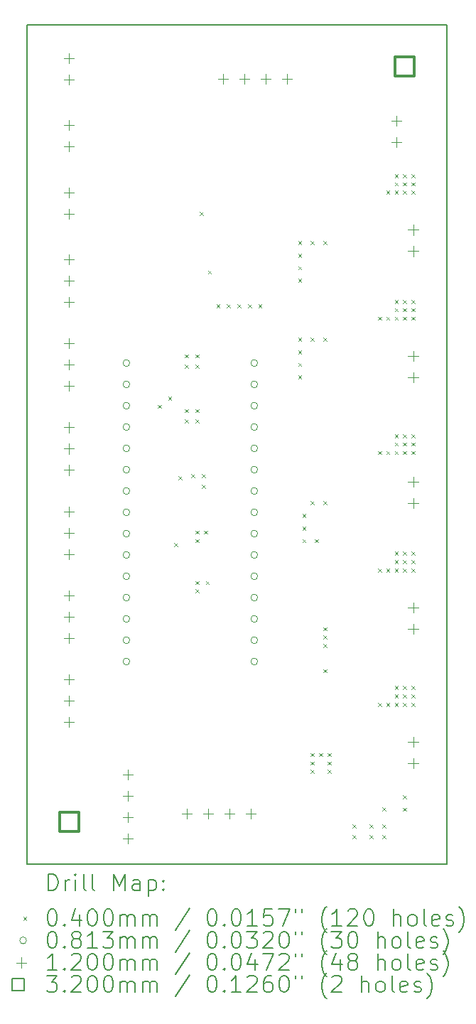
<source format=gbr>
%TF.GenerationSoftware,KiCad,Pcbnew,7.0.7*%
%TF.CreationDate,2024-01-02T20:56:35+01:00*%
%TF.ProjectId,ventirad,76656e74-6972-4616-942e-6b696361645f,rev?*%
%TF.SameCoordinates,Original*%
%TF.FileFunction,Drillmap*%
%TF.FilePolarity,Positive*%
%FSLAX45Y45*%
G04 Gerber Fmt 4.5, Leading zero omitted, Abs format (unit mm)*
G04 Created by KiCad (PCBNEW 7.0.7) date 2024-01-02 20:56:35*
%MOMM*%
%LPD*%
G01*
G04 APERTURE LIST*
%ADD10C,0.150000*%
%ADD11C,0.200000*%
%ADD12C,0.040000*%
%ADD13C,0.081280*%
%ADD14C,0.120000*%
%ADD15C,0.320000*%
G04 APERTURE END LIST*
D10*
X10700000Y-6000000D02*
X15700000Y-6000000D01*
X10700000Y-16000000D02*
X10700000Y-6000000D01*
X15700000Y-16000000D02*
X10700000Y-16000000D01*
X15700000Y-6000000D02*
X15700000Y-16000000D01*
D11*
D12*
X12255000Y-10530000D02*
X12295000Y-10570000D01*
X12295000Y-10530000D02*
X12255000Y-10570000D01*
X12380000Y-10430000D02*
X12420000Y-10470000D01*
X12420000Y-10430000D02*
X12380000Y-10470000D01*
X12455000Y-12180000D02*
X12495000Y-12220000D01*
X12495000Y-12180000D02*
X12455000Y-12220000D01*
X12505000Y-11380000D02*
X12545000Y-11420000D01*
X12545000Y-11380000D02*
X12505000Y-11420000D01*
X12580000Y-9930000D02*
X12620000Y-9970000D01*
X12620000Y-9930000D02*
X12580000Y-9970000D01*
X12580000Y-10055000D02*
X12620000Y-10095000D01*
X12620000Y-10055000D02*
X12580000Y-10095000D01*
X12580000Y-10580000D02*
X12620000Y-10620000D01*
X12620000Y-10580000D02*
X12580000Y-10620000D01*
X12580000Y-10705000D02*
X12620000Y-10745000D01*
X12620000Y-10705000D02*
X12580000Y-10745000D01*
X12655000Y-11355000D02*
X12695000Y-11395000D01*
X12695000Y-11355000D02*
X12655000Y-11395000D01*
X12705000Y-9930000D02*
X12745000Y-9970000D01*
X12745000Y-9930000D02*
X12705000Y-9970000D01*
X12705000Y-10055000D02*
X12745000Y-10095000D01*
X12745000Y-10055000D02*
X12705000Y-10095000D01*
X12705000Y-10580000D02*
X12745000Y-10620000D01*
X12745000Y-10580000D02*
X12705000Y-10620000D01*
X12705000Y-10705000D02*
X12745000Y-10745000D01*
X12745000Y-10705000D02*
X12705000Y-10745000D01*
X12705000Y-12030000D02*
X12745000Y-12070000D01*
X12745000Y-12030000D02*
X12705000Y-12070000D01*
X12705000Y-12130000D02*
X12745000Y-12170000D01*
X12745000Y-12130000D02*
X12705000Y-12170000D01*
X12705000Y-12630000D02*
X12745000Y-12670000D01*
X12745000Y-12630000D02*
X12705000Y-12670000D01*
X12705000Y-12730000D02*
X12745000Y-12770000D01*
X12745000Y-12730000D02*
X12705000Y-12770000D01*
X12755000Y-8230000D02*
X12795000Y-8270000D01*
X12795000Y-8230000D02*
X12755000Y-8270000D01*
X12780000Y-11355000D02*
X12820000Y-11395000D01*
X12820000Y-11355000D02*
X12780000Y-11395000D01*
X12780000Y-11480000D02*
X12820000Y-11520000D01*
X12820000Y-11480000D02*
X12780000Y-11520000D01*
X12805000Y-12030000D02*
X12845000Y-12070000D01*
X12845000Y-12030000D02*
X12805000Y-12070000D01*
X12830000Y-12630000D02*
X12870000Y-12670000D01*
X12870000Y-12630000D02*
X12830000Y-12670000D01*
X12855000Y-8930000D02*
X12895000Y-8970000D01*
X12895000Y-8930000D02*
X12855000Y-8970000D01*
X12955000Y-9330000D02*
X12995000Y-9370000D01*
X12995000Y-9330000D02*
X12955000Y-9370000D01*
X13080000Y-9330000D02*
X13120000Y-9370000D01*
X13120000Y-9330000D02*
X13080000Y-9370000D01*
X13205000Y-9330000D02*
X13245000Y-9370000D01*
X13245000Y-9330000D02*
X13205000Y-9370000D01*
X13330000Y-9330000D02*
X13370000Y-9370000D01*
X13370000Y-9330000D02*
X13330000Y-9370000D01*
X13455000Y-9330000D02*
X13495000Y-9370000D01*
X13495000Y-9330000D02*
X13455000Y-9370000D01*
X13930000Y-8580000D02*
X13970000Y-8620000D01*
X13970000Y-8580000D02*
X13930000Y-8620000D01*
X13930000Y-8730000D02*
X13970000Y-8770000D01*
X13970000Y-8730000D02*
X13930000Y-8770000D01*
X13930000Y-8880000D02*
X13970000Y-8920000D01*
X13970000Y-8880000D02*
X13930000Y-8920000D01*
X13930000Y-9030000D02*
X13970000Y-9070000D01*
X13970000Y-9030000D02*
X13930000Y-9070000D01*
X13930000Y-9730000D02*
X13970000Y-9770000D01*
X13970000Y-9730000D02*
X13930000Y-9770000D01*
X13930000Y-9880000D02*
X13970000Y-9920000D01*
X13970000Y-9880000D02*
X13930000Y-9920000D01*
X13930000Y-10030000D02*
X13970000Y-10070000D01*
X13970000Y-10030000D02*
X13930000Y-10070000D01*
X13930000Y-10180000D02*
X13970000Y-10220000D01*
X13970000Y-10180000D02*
X13930000Y-10220000D01*
X13980000Y-11830000D02*
X14020000Y-11870000D01*
X14020000Y-11830000D02*
X13980000Y-11870000D01*
X13980000Y-11980000D02*
X14020000Y-12020000D01*
X14020000Y-11980000D02*
X13980000Y-12020000D01*
X13980000Y-12130000D02*
X14020000Y-12170000D01*
X14020000Y-12130000D02*
X13980000Y-12170000D01*
X14080000Y-8580000D02*
X14120000Y-8620000D01*
X14120000Y-8580000D02*
X14080000Y-8620000D01*
X14080000Y-9730000D02*
X14120000Y-9770000D01*
X14120000Y-9730000D02*
X14080000Y-9770000D01*
X14080000Y-11680000D02*
X14120000Y-11720000D01*
X14120000Y-11680000D02*
X14080000Y-11720000D01*
X14080000Y-14680000D02*
X14120000Y-14720000D01*
X14120000Y-14680000D02*
X14080000Y-14720000D01*
X14080000Y-14780000D02*
X14120000Y-14820000D01*
X14120000Y-14780000D02*
X14080000Y-14820000D01*
X14080000Y-14880000D02*
X14120000Y-14920000D01*
X14120000Y-14880000D02*
X14080000Y-14920000D01*
X14130000Y-12130000D02*
X14170000Y-12170000D01*
X14170000Y-12130000D02*
X14130000Y-12170000D01*
X14180000Y-14680000D02*
X14220000Y-14720000D01*
X14220000Y-14680000D02*
X14180000Y-14720000D01*
X14230000Y-8580000D02*
X14270000Y-8620000D01*
X14270000Y-8580000D02*
X14230000Y-8620000D01*
X14230000Y-9730000D02*
X14270000Y-9770000D01*
X14270000Y-9730000D02*
X14230000Y-9770000D01*
X14230000Y-11680000D02*
X14270000Y-11720000D01*
X14270000Y-11680000D02*
X14230000Y-11720000D01*
X14230000Y-13180000D02*
X14270000Y-13220000D01*
X14270000Y-13180000D02*
X14230000Y-13220000D01*
X14230000Y-13280000D02*
X14270000Y-13320000D01*
X14270000Y-13280000D02*
X14230000Y-13320000D01*
X14230000Y-13380000D02*
X14270000Y-13420000D01*
X14270000Y-13380000D02*
X14230000Y-13420000D01*
X14230000Y-13680000D02*
X14270000Y-13720000D01*
X14270000Y-13680000D02*
X14230000Y-13720000D01*
X14280000Y-14680000D02*
X14320000Y-14720000D01*
X14320000Y-14680000D02*
X14280000Y-14720000D01*
X14280000Y-14780000D02*
X14320000Y-14820000D01*
X14320000Y-14780000D02*
X14280000Y-14820000D01*
X14280000Y-14880000D02*
X14320000Y-14920000D01*
X14320000Y-14880000D02*
X14280000Y-14920000D01*
X14580000Y-15530000D02*
X14620000Y-15570000D01*
X14620000Y-15530000D02*
X14580000Y-15570000D01*
X14580000Y-15655000D02*
X14620000Y-15695000D01*
X14620000Y-15655000D02*
X14580000Y-15695000D01*
X14780000Y-15530000D02*
X14820000Y-15570000D01*
X14820000Y-15530000D02*
X14780000Y-15570000D01*
X14780000Y-15655000D02*
X14820000Y-15695000D01*
X14820000Y-15655000D02*
X14780000Y-15695000D01*
X14880000Y-9480000D02*
X14920000Y-9520000D01*
X14920000Y-9480000D02*
X14880000Y-9520000D01*
X14880000Y-11080000D02*
X14920000Y-11120000D01*
X14920000Y-11080000D02*
X14880000Y-11120000D01*
X14880000Y-12480000D02*
X14920000Y-12520000D01*
X14920000Y-12480000D02*
X14880000Y-12520000D01*
X14880000Y-14080000D02*
X14920000Y-14120000D01*
X14920000Y-14080000D02*
X14880000Y-14120000D01*
X14930000Y-15325000D02*
X14970000Y-15365000D01*
X14970000Y-15325000D02*
X14930000Y-15365000D01*
X14930000Y-15530000D02*
X14970000Y-15570000D01*
X14970000Y-15530000D02*
X14930000Y-15570000D01*
X14930000Y-15655000D02*
X14970000Y-15695000D01*
X14970000Y-15655000D02*
X14930000Y-15695000D01*
X14980000Y-7980000D02*
X15020000Y-8020000D01*
X15020000Y-7980000D02*
X14980000Y-8020000D01*
X14980000Y-9480000D02*
X15020000Y-9520000D01*
X15020000Y-9480000D02*
X14980000Y-9520000D01*
X14980000Y-11080000D02*
X15020000Y-11120000D01*
X15020000Y-11080000D02*
X14980000Y-11120000D01*
X14980000Y-12480000D02*
X15020000Y-12520000D01*
X15020000Y-12480000D02*
X14980000Y-12520000D01*
X14980000Y-14080000D02*
X15020000Y-14120000D01*
X15020000Y-14080000D02*
X14980000Y-14120000D01*
X15080000Y-7780000D02*
X15120000Y-7820000D01*
X15120000Y-7780000D02*
X15080000Y-7820000D01*
X15080000Y-7880000D02*
X15120000Y-7920000D01*
X15120000Y-7880000D02*
X15080000Y-7920000D01*
X15080000Y-7980000D02*
X15120000Y-8020000D01*
X15120000Y-7980000D02*
X15080000Y-8020000D01*
X15080000Y-9280000D02*
X15120000Y-9320000D01*
X15120000Y-9280000D02*
X15080000Y-9320000D01*
X15080000Y-9380000D02*
X15120000Y-9420000D01*
X15120000Y-9380000D02*
X15080000Y-9420000D01*
X15080000Y-9480000D02*
X15120000Y-9520000D01*
X15120000Y-9480000D02*
X15080000Y-9520000D01*
X15080000Y-10880000D02*
X15120000Y-10920000D01*
X15120000Y-10880000D02*
X15080000Y-10920000D01*
X15080000Y-10980000D02*
X15120000Y-11020000D01*
X15120000Y-10980000D02*
X15080000Y-11020000D01*
X15080000Y-11080000D02*
X15120000Y-11120000D01*
X15120000Y-11080000D02*
X15080000Y-11120000D01*
X15080000Y-12280000D02*
X15120000Y-12320000D01*
X15120000Y-12280000D02*
X15080000Y-12320000D01*
X15080000Y-12380000D02*
X15120000Y-12420000D01*
X15120000Y-12380000D02*
X15080000Y-12420000D01*
X15080000Y-12480000D02*
X15120000Y-12520000D01*
X15120000Y-12480000D02*
X15080000Y-12520000D01*
X15080000Y-13880000D02*
X15120000Y-13920000D01*
X15120000Y-13880000D02*
X15080000Y-13920000D01*
X15080000Y-13980000D02*
X15120000Y-14020000D01*
X15120000Y-13980000D02*
X15080000Y-14020000D01*
X15080000Y-14080000D02*
X15120000Y-14120000D01*
X15120000Y-14080000D02*
X15080000Y-14120000D01*
X15180000Y-7780000D02*
X15220000Y-7820000D01*
X15220000Y-7780000D02*
X15180000Y-7820000D01*
X15180000Y-7880000D02*
X15220000Y-7920000D01*
X15220000Y-7880000D02*
X15180000Y-7920000D01*
X15180000Y-7980000D02*
X15220000Y-8020000D01*
X15220000Y-7980000D02*
X15180000Y-8020000D01*
X15180000Y-9280000D02*
X15220000Y-9320000D01*
X15220000Y-9280000D02*
X15180000Y-9320000D01*
X15180000Y-9380000D02*
X15220000Y-9420000D01*
X15220000Y-9380000D02*
X15180000Y-9420000D01*
X15180000Y-9480000D02*
X15220000Y-9520000D01*
X15220000Y-9480000D02*
X15180000Y-9520000D01*
X15180000Y-10880000D02*
X15220000Y-10920000D01*
X15220000Y-10880000D02*
X15180000Y-10920000D01*
X15180000Y-10980000D02*
X15220000Y-11020000D01*
X15220000Y-10980000D02*
X15180000Y-11020000D01*
X15180000Y-11080000D02*
X15220000Y-11120000D01*
X15220000Y-11080000D02*
X15180000Y-11120000D01*
X15180000Y-12280000D02*
X15220000Y-12320000D01*
X15220000Y-12280000D02*
X15180000Y-12320000D01*
X15180000Y-12380000D02*
X15220000Y-12420000D01*
X15220000Y-12380000D02*
X15180000Y-12420000D01*
X15180000Y-12480000D02*
X15220000Y-12520000D01*
X15220000Y-12480000D02*
X15180000Y-12520000D01*
X15180000Y-13880000D02*
X15220000Y-13920000D01*
X15220000Y-13880000D02*
X15180000Y-13920000D01*
X15180000Y-13980000D02*
X15220000Y-14020000D01*
X15220000Y-13980000D02*
X15180000Y-14020000D01*
X15180000Y-14080000D02*
X15220000Y-14120000D01*
X15220000Y-14080000D02*
X15180000Y-14120000D01*
X15180000Y-15180000D02*
X15220000Y-15220000D01*
X15220000Y-15180000D02*
X15180000Y-15220000D01*
X15180000Y-15330000D02*
X15220000Y-15370000D01*
X15220000Y-15330000D02*
X15180000Y-15370000D01*
X15280000Y-7780000D02*
X15320000Y-7820000D01*
X15320000Y-7780000D02*
X15280000Y-7820000D01*
X15280000Y-7880000D02*
X15320000Y-7920000D01*
X15320000Y-7880000D02*
X15280000Y-7920000D01*
X15280000Y-7980000D02*
X15320000Y-8020000D01*
X15320000Y-7980000D02*
X15280000Y-8020000D01*
X15280000Y-9280000D02*
X15320000Y-9320000D01*
X15320000Y-9280000D02*
X15280000Y-9320000D01*
X15280000Y-9380000D02*
X15320000Y-9420000D01*
X15320000Y-9380000D02*
X15280000Y-9420000D01*
X15280000Y-9480000D02*
X15320000Y-9520000D01*
X15320000Y-9480000D02*
X15280000Y-9520000D01*
X15280000Y-10880000D02*
X15320000Y-10920000D01*
X15320000Y-10880000D02*
X15280000Y-10920000D01*
X15280000Y-10980000D02*
X15320000Y-11020000D01*
X15320000Y-10980000D02*
X15280000Y-11020000D01*
X15280000Y-11080000D02*
X15320000Y-11120000D01*
X15320000Y-11080000D02*
X15280000Y-11120000D01*
X15280000Y-12280000D02*
X15320000Y-12320000D01*
X15320000Y-12280000D02*
X15280000Y-12320000D01*
X15280000Y-12380000D02*
X15320000Y-12420000D01*
X15320000Y-12380000D02*
X15280000Y-12420000D01*
X15280000Y-12480000D02*
X15320000Y-12520000D01*
X15320000Y-12480000D02*
X15280000Y-12520000D01*
X15280000Y-13880000D02*
X15320000Y-13920000D01*
X15320000Y-13880000D02*
X15280000Y-13920000D01*
X15280000Y-13980000D02*
X15320000Y-14020000D01*
X15320000Y-13980000D02*
X15280000Y-14020000D01*
X15280000Y-14080000D02*
X15320000Y-14120000D01*
X15320000Y-14080000D02*
X15280000Y-14120000D01*
D13*
X11923140Y-10033000D02*
G75*
G03*
X11923140Y-10033000I-40640J0D01*
G01*
X11923140Y-10287000D02*
G75*
G03*
X11923140Y-10287000I-40640J0D01*
G01*
X11923140Y-10541000D02*
G75*
G03*
X11923140Y-10541000I-40640J0D01*
G01*
X11923140Y-10795000D02*
G75*
G03*
X11923140Y-10795000I-40640J0D01*
G01*
X11923140Y-11049000D02*
G75*
G03*
X11923140Y-11049000I-40640J0D01*
G01*
X11923140Y-11303000D02*
G75*
G03*
X11923140Y-11303000I-40640J0D01*
G01*
X11923140Y-11557000D02*
G75*
G03*
X11923140Y-11557000I-40640J0D01*
G01*
X11923140Y-11811000D02*
G75*
G03*
X11923140Y-11811000I-40640J0D01*
G01*
X11923140Y-12065000D02*
G75*
G03*
X11923140Y-12065000I-40640J0D01*
G01*
X11923140Y-12319000D02*
G75*
G03*
X11923140Y-12319000I-40640J0D01*
G01*
X11923140Y-12573000D02*
G75*
G03*
X11923140Y-12573000I-40640J0D01*
G01*
X11923140Y-12827000D02*
G75*
G03*
X11923140Y-12827000I-40640J0D01*
G01*
X11923140Y-13081000D02*
G75*
G03*
X11923140Y-13081000I-40640J0D01*
G01*
X11923140Y-13335000D02*
G75*
G03*
X11923140Y-13335000I-40640J0D01*
G01*
X11923140Y-13589000D02*
G75*
G03*
X11923140Y-13589000I-40640J0D01*
G01*
X13447140Y-10033000D02*
G75*
G03*
X13447140Y-10033000I-40640J0D01*
G01*
X13447140Y-10287000D02*
G75*
G03*
X13447140Y-10287000I-40640J0D01*
G01*
X13447140Y-10541000D02*
G75*
G03*
X13447140Y-10541000I-40640J0D01*
G01*
X13447140Y-10795000D02*
G75*
G03*
X13447140Y-10795000I-40640J0D01*
G01*
X13447140Y-11049000D02*
G75*
G03*
X13447140Y-11049000I-40640J0D01*
G01*
X13447140Y-11303000D02*
G75*
G03*
X13447140Y-11303000I-40640J0D01*
G01*
X13447140Y-11557000D02*
G75*
G03*
X13447140Y-11557000I-40640J0D01*
G01*
X13447140Y-11811000D02*
G75*
G03*
X13447140Y-11811000I-40640J0D01*
G01*
X13447140Y-12065000D02*
G75*
G03*
X13447140Y-12065000I-40640J0D01*
G01*
X13447140Y-12319000D02*
G75*
G03*
X13447140Y-12319000I-40640J0D01*
G01*
X13447140Y-12573000D02*
G75*
G03*
X13447140Y-12573000I-40640J0D01*
G01*
X13447140Y-12827000D02*
G75*
G03*
X13447140Y-12827000I-40640J0D01*
G01*
X13447140Y-13081000D02*
G75*
G03*
X13447140Y-13081000I-40640J0D01*
G01*
X13447140Y-13335000D02*
G75*
G03*
X13447140Y-13335000I-40640J0D01*
G01*
X13447140Y-13589000D02*
G75*
G03*
X13447140Y-13589000I-40640J0D01*
G01*
D14*
X11200000Y-6340000D02*
X11200000Y-6460000D01*
X11140000Y-6400000D02*
X11260000Y-6400000D01*
X11200000Y-6594000D02*
X11200000Y-6714000D01*
X11140000Y-6654000D02*
X11260000Y-6654000D01*
X11200000Y-7140000D02*
X11200000Y-7260000D01*
X11140000Y-7200000D02*
X11260000Y-7200000D01*
X11200000Y-7394000D02*
X11200000Y-7514000D01*
X11140000Y-7454000D02*
X11260000Y-7454000D01*
X11200000Y-7940000D02*
X11200000Y-8060000D01*
X11140000Y-8000000D02*
X11260000Y-8000000D01*
X11200000Y-8194000D02*
X11200000Y-8314000D01*
X11140000Y-8254000D02*
X11260000Y-8254000D01*
X11200000Y-8740000D02*
X11200000Y-8860000D01*
X11140000Y-8800000D02*
X11260000Y-8800000D01*
X11200000Y-8994000D02*
X11200000Y-9114000D01*
X11140000Y-9054000D02*
X11260000Y-9054000D01*
X11200000Y-9248000D02*
X11200000Y-9368000D01*
X11140000Y-9308000D02*
X11260000Y-9308000D01*
X11200000Y-9740000D02*
X11200000Y-9860000D01*
X11140000Y-9800000D02*
X11260000Y-9800000D01*
X11200000Y-9994000D02*
X11200000Y-10114000D01*
X11140000Y-10054000D02*
X11260000Y-10054000D01*
X11200000Y-10248000D02*
X11200000Y-10368000D01*
X11140000Y-10308000D02*
X11260000Y-10308000D01*
X11200000Y-10740000D02*
X11200000Y-10860000D01*
X11140000Y-10800000D02*
X11260000Y-10800000D01*
X11200000Y-10994000D02*
X11200000Y-11114000D01*
X11140000Y-11054000D02*
X11260000Y-11054000D01*
X11200000Y-11248000D02*
X11200000Y-11368000D01*
X11140000Y-11308000D02*
X11260000Y-11308000D01*
X11200000Y-11740000D02*
X11200000Y-11860000D01*
X11140000Y-11800000D02*
X11260000Y-11800000D01*
X11200000Y-11994000D02*
X11200000Y-12114000D01*
X11140000Y-12054000D02*
X11260000Y-12054000D01*
X11200000Y-12248000D02*
X11200000Y-12368000D01*
X11140000Y-12308000D02*
X11260000Y-12308000D01*
X11200000Y-12740000D02*
X11200000Y-12860000D01*
X11140000Y-12800000D02*
X11260000Y-12800000D01*
X11200000Y-12994000D02*
X11200000Y-13114000D01*
X11140000Y-13054000D02*
X11260000Y-13054000D01*
X11200000Y-13248000D02*
X11200000Y-13368000D01*
X11140000Y-13308000D02*
X11260000Y-13308000D01*
X11200000Y-13740000D02*
X11200000Y-13860000D01*
X11140000Y-13800000D02*
X11260000Y-13800000D01*
X11200000Y-13994000D02*
X11200000Y-14114000D01*
X11140000Y-14054000D02*
X11260000Y-14054000D01*
X11200000Y-14248000D02*
X11200000Y-14368000D01*
X11140000Y-14308000D02*
X11260000Y-14308000D01*
X11900000Y-14878000D02*
X11900000Y-14998000D01*
X11840000Y-14938000D02*
X11960000Y-14938000D01*
X11900000Y-15132000D02*
X11900000Y-15252000D01*
X11840000Y-15192000D02*
X11960000Y-15192000D01*
X11900000Y-15386000D02*
X11900000Y-15506000D01*
X11840000Y-15446000D02*
X11960000Y-15446000D01*
X11900000Y-15640000D02*
X11900000Y-15760000D01*
X11840000Y-15700000D02*
X11960000Y-15700000D01*
X12600000Y-15340000D02*
X12600000Y-15460000D01*
X12540000Y-15400000D02*
X12660000Y-15400000D01*
X12854000Y-15340000D02*
X12854000Y-15460000D01*
X12794000Y-15400000D02*
X12914000Y-15400000D01*
X13038000Y-6590000D02*
X13038000Y-6710000D01*
X12978000Y-6650000D02*
X13098000Y-6650000D01*
X13108000Y-15340000D02*
X13108000Y-15460000D01*
X13048000Y-15400000D02*
X13168000Y-15400000D01*
X13292000Y-6590000D02*
X13292000Y-6710000D01*
X13232000Y-6650000D02*
X13352000Y-6650000D01*
X13362000Y-15340000D02*
X13362000Y-15460000D01*
X13302000Y-15400000D02*
X13422000Y-15400000D01*
X13546000Y-6590000D02*
X13546000Y-6710000D01*
X13486000Y-6650000D02*
X13606000Y-6650000D01*
X13800000Y-6590000D02*
X13800000Y-6710000D01*
X13740000Y-6650000D02*
X13860000Y-6650000D01*
X15100000Y-7086000D02*
X15100000Y-7206000D01*
X15040000Y-7146000D02*
X15160000Y-7146000D01*
X15100000Y-7340000D02*
X15100000Y-7460000D01*
X15040000Y-7400000D02*
X15160000Y-7400000D01*
X15300000Y-8386000D02*
X15300000Y-8506000D01*
X15240000Y-8446000D02*
X15360000Y-8446000D01*
X15300000Y-8640000D02*
X15300000Y-8760000D01*
X15240000Y-8700000D02*
X15360000Y-8700000D01*
X15300000Y-9886000D02*
X15300000Y-10006000D01*
X15240000Y-9946000D02*
X15360000Y-9946000D01*
X15300000Y-10140000D02*
X15300000Y-10260000D01*
X15240000Y-10200000D02*
X15360000Y-10200000D01*
X15300000Y-11386000D02*
X15300000Y-11506000D01*
X15240000Y-11446000D02*
X15360000Y-11446000D01*
X15300000Y-11640000D02*
X15300000Y-11760000D01*
X15240000Y-11700000D02*
X15360000Y-11700000D01*
X15300000Y-12886000D02*
X15300000Y-13006000D01*
X15240000Y-12946000D02*
X15360000Y-12946000D01*
X15300000Y-13140000D02*
X15300000Y-13260000D01*
X15240000Y-13200000D02*
X15360000Y-13200000D01*
X15300000Y-14486000D02*
X15300000Y-14606000D01*
X15240000Y-14546000D02*
X15360000Y-14546000D01*
X15300000Y-14740000D02*
X15300000Y-14860000D01*
X15240000Y-14800000D02*
X15360000Y-14800000D01*
D15*
X11313138Y-15613138D02*
X11313138Y-15386862D01*
X11086862Y-15386862D01*
X11086862Y-15613138D01*
X11313138Y-15613138D01*
X15313138Y-6613138D02*
X15313138Y-6386862D01*
X15086862Y-6386862D01*
X15086862Y-6613138D01*
X15313138Y-6613138D01*
D11*
X10953277Y-16318984D02*
X10953277Y-16118984D01*
X10953277Y-16118984D02*
X11000896Y-16118984D01*
X11000896Y-16118984D02*
X11029467Y-16128508D01*
X11029467Y-16128508D02*
X11048515Y-16147555D01*
X11048515Y-16147555D02*
X11058039Y-16166603D01*
X11058039Y-16166603D02*
X11067563Y-16204698D01*
X11067563Y-16204698D02*
X11067563Y-16233269D01*
X11067563Y-16233269D02*
X11058039Y-16271365D01*
X11058039Y-16271365D02*
X11048515Y-16290412D01*
X11048515Y-16290412D02*
X11029467Y-16309460D01*
X11029467Y-16309460D02*
X11000896Y-16318984D01*
X11000896Y-16318984D02*
X10953277Y-16318984D01*
X11153277Y-16318984D02*
X11153277Y-16185650D01*
X11153277Y-16223746D02*
X11162801Y-16204698D01*
X11162801Y-16204698D02*
X11172324Y-16195174D01*
X11172324Y-16195174D02*
X11191372Y-16185650D01*
X11191372Y-16185650D02*
X11210420Y-16185650D01*
X11277086Y-16318984D02*
X11277086Y-16185650D01*
X11277086Y-16118984D02*
X11267562Y-16128508D01*
X11267562Y-16128508D02*
X11277086Y-16138031D01*
X11277086Y-16138031D02*
X11286610Y-16128508D01*
X11286610Y-16128508D02*
X11277086Y-16118984D01*
X11277086Y-16118984D02*
X11277086Y-16138031D01*
X11400896Y-16318984D02*
X11381848Y-16309460D01*
X11381848Y-16309460D02*
X11372324Y-16290412D01*
X11372324Y-16290412D02*
X11372324Y-16118984D01*
X11505658Y-16318984D02*
X11486610Y-16309460D01*
X11486610Y-16309460D02*
X11477086Y-16290412D01*
X11477086Y-16290412D02*
X11477086Y-16118984D01*
X11734229Y-16318984D02*
X11734229Y-16118984D01*
X11734229Y-16118984D02*
X11800896Y-16261841D01*
X11800896Y-16261841D02*
X11867562Y-16118984D01*
X11867562Y-16118984D02*
X11867562Y-16318984D01*
X12048515Y-16318984D02*
X12048515Y-16214222D01*
X12048515Y-16214222D02*
X12038991Y-16195174D01*
X12038991Y-16195174D02*
X12019943Y-16185650D01*
X12019943Y-16185650D02*
X11981848Y-16185650D01*
X11981848Y-16185650D02*
X11962801Y-16195174D01*
X12048515Y-16309460D02*
X12029467Y-16318984D01*
X12029467Y-16318984D02*
X11981848Y-16318984D01*
X11981848Y-16318984D02*
X11962801Y-16309460D01*
X11962801Y-16309460D02*
X11953277Y-16290412D01*
X11953277Y-16290412D02*
X11953277Y-16271365D01*
X11953277Y-16271365D02*
X11962801Y-16252317D01*
X11962801Y-16252317D02*
X11981848Y-16242793D01*
X11981848Y-16242793D02*
X12029467Y-16242793D01*
X12029467Y-16242793D02*
X12048515Y-16233269D01*
X12143753Y-16185650D02*
X12143753Y-16385650D01*
X12143753Y-16195174D02*
X12162801Y-16185650D01*
X12162801Y-16185650D02*
X12200896Y-16185650D01*
X12200896Y-16185650D02*
X12219943Y-16195174D01*
X12219943Y-16195174D02*
X12229467Y-16204698D01*
X12229467Y-16204698D02*
X12238991Y-16223746D01*
X12238991Y-16223746D02*
X12238991Y-16280888D01*
X12238991Y-16280888D02*
X12229467Y-16299936D01*
X12229467Y-16299936D02*
X12219943Y-16309460D01*
X12219943Y-16309460D02*
X12200896Y-16318984D01*
X12200896Y-16318984D02*
X12162801Y-16318984D01*
X12162801Y-16318984D02*
X12143753Y-16309460D01*
X12324705Y-16299936D02*
X12334229Y-16309460D01*
X12334229Y-16309460D02*
X12324705Y-16318984D01*
X12324705Y-16318984D02*
X12315182Y-16309460D01*
X12315182Y-16309460D02*
X12324705Y-16299936D01*
X12324705Y-16299936D02*
X12324705Y-16318984D01*
X12324705Y-16195174D02*
X12334229Y-16204698D01*
X12334229Y-16204698D02*
X12324705Y-16214222D01*
X12324705Y-16214222D02*
X12315182Y-16204698D01*
X12315182Y-16204698D02*
X12324705Y-16195174D01*
X12324705Y-16195174D02*
X12324705Y-16214222D01*
D12*
X10652500Y-16627500D02*
X10692500Y-16667500D01*
X10692500Y-16627500D02*
X10652500Y-16667500D01*
D11*
X10991372Y-16538984D02*
X11010420Y-16538984D01*
X11010420Y-16538984D02*
X11029467Y-16548508D01*
X11029467Y-16548508D02*
X11038991Y-16558031D01*
X11038991Y-16558031D02*
X11048515Y-16577079D01*
X11048515Y-16577079D02*
X11058039Y-16615174D01*
X11058039Y-16615174D02*
X11058039Y-16662793D01*
X11058039Y-16662793D02*
X11048515Y-16700888D01*
X11048515Y-16700888D02*
X11038991Y-16719936D01*
X11038991Y-16719936D02*
X11029467Y-16729460D01*
X11029467Y-16729460D02*
X11010420Y-16738984D01*
X11010420Y-16738984D02*
X10991372Y-16738984D01*
X10991372Y-16738984D02*
X10972324Y-16729460D01*
X10972324Y-16729460D02*
X10962801Y-16719936D01*
X10962801Y-16719936D02*
X10953277Y-16700888D01*
X10953277Y-16700888D02*
X10943753Y-16662793D01*
X10943753Y-16662793D02*
X10943753Y-16615174D01*
X10943753Y-16615174D02*
X10953277Y-16577079D01*
X10953277Y-16577079D02*
X10962801Y-16558031D01*
X10962801Y-16558031D02*
X10972324Y-16548508D01*
X10972324Y-16548508D02*
X10991372Y-16538984D01*
X11143753Y-16719936D02*
X11153277Y-16729460D01*
X11153277Y-16729460D02*
X11143753Y-16738984D01*
X11143753Y-16738984D02*
X11134229Y-16729460D01*
X11134229Y-16729460D02*
X11143753Y-16719936D01*
X11143753Y-16719936D02*
X11143753Y-16738984D01*
X11324705Y-16605650D02*
X11324705Y-16738984D01*
X11277086Y-16529460D02*
X11229467Y-16672317D01*
X11229467Y-16672317D02*
X11353277Y-16672317D01*
X11467562Y-16538984D02*
X11486610Y-16538984D01*
X11486610Y-16538984D02*
X11505658Y-16548508D01*
X11505658Y-16548508D02*
X11515182Y-16558031D01*
X11515182Y-16558031D02*
X11524705Y-16577079D01*
X11524705Y-16577079D02*
X11534229Y-16615174D01*
X11534229Y-16615174D02*
X11534229Y-16662793D01*
X11534229Y-16662793D02*
X11524705Y-16700888D01*
X11524705Y-16700888D02*
X11515182Y-16719936D01*
X11515182Y-16719936D02*
X11505658Y-16729460D01*
X11505658Y-16729460D02*
X11486610Y-16738984D01*
X11486610Y-16738984D02*
X11467562Y-16738984D01*
X11467562Y-16738984D02*
X11448515Y-16729460D01*
X11448515Y-16729460D02*
X11438991Y-16719936D01*
X11438991Y-16719936D02*
X11429467Y-16700888D01*
X11429467Y-16700888D02*
X11419943Y-16662793D01*
X11419943Y-16662793D02*
X11419943Y-16615174D01*
X11419943Y-16615174D02*
X11429467Y-16577079D01*
X11429467Y-16577079D02*
X11438991Y-16558031D01*
X11438991Y-16558031D02*
X11448515Y-16548508D01*
X11448515Y-16548508D02*
X11467562Y-16538984D01*
X11658039Y-16538984D02*
X11677086Y-16538984D01*
X11677086Y-16538984D02*
X11696134Y-16548508D01*
X11696134Y-16548508D02*
X11705658Y-16558031D01*
X11705658Y-16558031D02*
X11715182Y-16577079D01*
X11715182Y-16577079D02*
X11724705Y-16615174D01*
X11724705Y-16615174D02*
X11724705Y-16662793D01*
X11724705Y-16662793D02*
X11715182Y-16700888D01*
X11715182Y-16700888D02*
X11705658Y-16719936D01*
X11705658Y-16719936D02*
X11696134Y-16729460D01*
X11696134Y-16729460D02*
X11677086Y-16738984D01*
X11677086Y-16738984D02*
X11658039Y-16738984D01*
X11658039Y-16738984D02*
X11638991Y-16729460D01*
X11638991Y-16729460D02*
X11629467Y-16719936D01*
X11629467Y-16719936D02*
X11619943Y-16700888D01*
X11619943Y-16700888D02*
X11610420Y-16662793D01*
X11610420Y-16662793D02*
X11610420Y-16615174D01*
X11610420Y-16615174D02*
X11619943Y-16577079D01*
X11619943Y-16577079D02*
X11629467Y-16558031D01*
X11629467Y-16558031D02*
X11638991Y-16548508D01*
X11638991Y-16548508D02*
X11658039Y-16538984D01*
X11810420Y-16738984D02*
X11810420Y-16605650D01*
X11810420Y-16624698D02*
X11819943Y-16615174D01*
X11819943Y-16615174D02*
X11838991Y-16605650D01*
X11838991Y-16605650D02*
X11867563Y-16605650D01*
X11867563Y-16605650D02*
X11886610Y-16615174D01*
X11886610Y-16615174D02*
X11896134Y-16634222D01*
X11896134Y-16634222D02*
X11896134Y-16738984D01*
X11896134Y-16634222D02*
X11905658Y-16615174D01*
X11905658Y-16615174D02*
X11924705Y-16605650D01*
X11924705Y-16605650D02*
X11953277Y-16605650D01*
X11953277Y-16605650D02*
X11972324Y-16615174D01*
X11972324Y-16615174D02*
X11981848Y-16634222D01*
X11981848Y-16634222D02*
X11981848Y-16738984D01*
X12077086Y-16738984D02*
X12077086Y-16605650D01*
X12077086Y-16624698D02*
X12086610Y-16615174D01*
X12086610Y-16615174D02*
X12105658Y-16605650D01*
X12105658Y-16605650D02*
X12134229Y-16605650D01*
X12134229Y-16605650D02*
X12153277Y-16615174D01*
X12153277Y-16615174D02*
X12162801Y-16634222D01*
X12162801Y-16634222D02*
X12162801Y-16738984D01*
X12162801Y-16634222D02*
X12172324Y-16615174D01*
X12172324Y-16615174D02*
X12191372Y-16605650D01*
X12191372Y-16605650D02*
X12219943Y-16605650D01*
X12219943Y-16605650D02*
X12238991Y-16615174D01*
X12238991Y-16615174D02*
X12248515Y-16634222D01*
X12248515Y-16634222D02*
X12248515Y-16738984D01*
X12638991Y-16529460D02*
X12467563Y-16786603D01*
X12896134Y-16538984D02*
X12915182Y-16538984D01*
X12915182Y-16538984D02*
X12934229Y-16548508D01*
X12934229Y-16548508D02*
X12943753Y-16558031D01*
X12943753Y-16558031D02*
X12953277Y-16577079D01*
X12953277Y-16577079D02*
X12962801Y-16615174D01*
X12962801Y-16615174D02*
X12962801Y-16662793D01*
X12962801Y-16662793D02*
X12953277Y-16700888D01*
X12953277Y-16700888D02*
X12943753Y-16719936D01*
X12943753Y-16719936D02*
X12934229Y-16729460D01*
X12934229Y-16729460D02*
X12915182Y-16738984D01*
X12915182Y-16738984D02*
X12896134Y-16738984D01*
X12896134Y-16738984D02*
X12877086Y-16729460D01*
X12877086Y-16729460D02*
X12867563Y-16719936D01*
X12867563Y-16719936D02*
X12858039Y-16700888D01*
X12858039Y-16700888D02*
X12848515Y-16662793D01*
X12848515Y-16662793D02*
X12848515Y-16615174D01*
X12848515Y-16615174D02*
X12858039Y-16577079D01*
X12858039Y-16577079D02*
X12867563Y-16558031D01*
X12867563Y-16558031D02*
X12877086Y-16548508D01*
X12877086Y-16548508D02*
X12896134Y-16538984D01*
X13048515Y-16719936D02*
X13058039Y-16729460D01*
X13058039Y-16729460D02*
X13048515Y-16738984D01*
X13048515Y-16738984D02*
X13038991Y-16729460D01*
X13038991Y-16729460D02*
X13048515Y-16719936D01*
X13048515Y-16719936D02*
X13048515Y-16738984D01*
X13181848Y-16538984D02*
X13200896Y-16538984D01*
X13200896Y-16538984D02*
X13219944Y-16548508D01*
X13219944Y-16548508D02*
X13229467Y-16558031D01*
X13229467Y-16558031D02*
X13238991Y-16577079D01*
X13238991Y-16577079D02*
X13248515Y-16615174D01*
X13248515Y-16615174D02*
X13248515Y-16662793D01*
X13248515Y-16662793D02*
X13238991Y-16700888D01*
X13238991Y-16700888D02*
X13229467Y-16719936D01*
X13229467Y-16719936D02*
X13219944Y-16729460D01*
X13219944Y-16729460D02*
X13200896Y-16738984D01*
X13200896Y-16738984D02*
X13181848Y-16738984D01*
X13181848Y-16738984D02*
X13162801Y-16729460D01*
X13162801Y-16729460D02*
X13153277Y-16719936D01*
X13153277Y-16719936D02*
X13143753Y-16700888D01*
X13143753Y-16700888D02*
X13134229Y-16662793D01*
X13134229Y-16662793D02*
X13134229Y-16615174D01*
X13134229Y-16615174D02*
X13143753Y-16577079D01*
X13143753Y-16577079D02*
X13153277Y-16558031D01*
X13153277Y-16558031D02*
X13162801Y-16548508D01*
X13162801Y-16548508D02*
X13181848Y-16538984D01*
X13438991Y-16738984D02*
X13324706Y-16738984D01*
X13381848Y-16738984D02*
X13381848Y-16538984D01*
X13381848Y-16538984D02*
X13362801Y-16567555D01*
X13362801Y-16567555D02*
X13343753Y-16586603D01*
X13343753Y-16586603D02*
X13324706Y-16596127D01*
X13619944Y-16538984D02*
X13524706Y-16538984D01*
X13524706Y-16538984D02*
X13515182Y-16634222D01*
X13515182Y-16634222D02*
X13524706Y-16624698D01*
X13524706Y-16624698D02*
X13543753Y-16615174D01*
X13543753Y-16615174D02*
X13591372Y-16615174D01*
X13591372Y-16615174D02*
X13610420Y-16624698D01*
X13610420Y-16624698D02*
X13619944Y-16634222D01*
X13619944Y-16634222D02*
X13629467Y-16653269D01*
X13629467Y-16653269D02*
X13629467Y-16700888D01*
X13629467Y-16700888D02*
X13619944Y-16719936D01*
X13619944Y-16719936D02*
X13610420Y-16729460D01*
X13610420Y-16729460D02*
X13591372Y-16738984D01*
X13591372Y-16738984D02*
X13543753Y-16738984D01*
X13543753Y-16738984D02*
X13524706Y-16729460D01*
X13524706Y-16729460D02*
X13515182Y-16719936D01*
X13696134Y-16538984D02*
X13829467Y-16538984D01*
X13829467Y-16538984D02*
X13743753Y-16738984D01*
X13896134Y-16538984D02*
X13896134Y-16577079D01*
X13972325Y-16538984D02*
X13972325Y-16577079D01*
X14267563Y-16815174D02*
X14258039Y-16805650D01*
X14258039Y-16805650D02*
X14238991Y-16777079D01*
X14238991Y-16777079D02*
X14229468Y-16758031D01*
X14229468Y-16758031D02*
X14219944Y-16729460D01*
X14219944Y-16729460D02*
X14210420Y-16681841D01*
X14210420Y-16681841D02*
X14210420Y-16643746D01*
X14210420Y-16643746D02*
X14219944Y-16596127D01*
X14219944Y-16596127D02*
X14229468Y-16567555D01*
X14229468Y-16567555D02*
X14238991Y-16548508D01*
X14238991Y-16548508D02*
X14258039Y-16519936D01*
X14258039Y-16519936D02*
X14267563Y-16510412D01*
X14448515Y-16738984D02*
X14334229Y-16738984D01*
X14391372Y-16738984D02*
X14391372Y-16538984D01*
X14391372Y-16538984D02*
X14372325Y-16567555D01*
X14372325Y-16567555D02*
X14353277Y-16586603D01*
X14353277Y-16586603D02*
X14334229Y-16596127D01*
X14524706Y-16558031D02*
X14534229Y-16548508D01*
X14534229Y-16548508D02*
X14553277Y-16538984D01*
X14553277Y-16538984D02*
X14600896Y-16538984D01*
X14600896Y-16538984D02*
X14619944Y-16548508D01*
X14619944Y-16548508D02*
X14629468Y-16558031D01*
X14629468Y-16558031D02*
X14638991Y-16577079D01*
X14638991Y-16577079D02*
X14638991Y-16596127D01*
X14638991Y-16596127D02*
X14629468Y-16624698D01*
X14629468Y-16624698D02*
X14515182Y-16738984D01*
X14515182Y-16738984D02*
X14638991Y-16738984D01*
X14762801Y-16538984D02*
X14781849Y-16538984D01*
X14781849Y-16538984D02*
X14800896Y-16548508D01*
X14800896Y-16548508D02*
X14810420Y-16558031D01*
X14810420Y-16558031D02*
X14819944Y-16577079D01*
X14819944Y-16577079D02*
X14829468Y-16615174D01*
X14829468Y-16615174D02*
X14829468Y-16662793D01*
X14829468Y-16662793D02*
X14819944Y-16700888D01*
X14819944Y-16700888D02*
X14810420Y-16719936D01*
X14810420Y-16719936D02*
X14800896Y-16729460D01*
X14800896Y-16729460D02*
X14781849Y-16738984D01*
X14781849Y-16738984D02*
X14762801Y-16738984D01*
X14762801Y-16738984D02*
X14743753Y-16729460D01*
X14743753Y-16729460D02*
X14734229Y-16719936D01*
X14734229Y-16719936D02*
X14724706Y-16700888D01*
X14724706Y-16700888D02*
X14715182Y-16662793D01*
X14715182Y-16662793D02*
X14715182Y-16615174D01*
X14715182Y-16615174D02*
X14724706Y-16577079D01*
X14724706Y-16577079D02*
X14734229Y-16558031D01*
X14734229Y-16558031D02*
X14743753Y-16548508D01*
X14743753Y-16548508D02*
X14762801Y-16538984D01*
X15067563Y-16738984D02*
X15067563Y-16538984D01*
X15153277Y-16738984D02*
X15153277Y-16634222D01*
X15153277Y-16634222D02*
X15143753Y-16615174D01*
X15143753Y-16615174D02*
X15124706Y-16605650D01*
X15124706Y-16605650D02*
X15096134Y-16605650D01*
X15096134Y-16605650D02*
X15077087Y-16615174D01*
X15077087Y-16615174D02*
X15067563Y-16624698D01*
X15277087Y-16738984D02*
X15258039Y-16729460D01*
X15258039Y-16729460D02*
X15248515Y-16719936D01*
X15248515Y-16719936D02*
X15238991Y-16700888D01*
X15238991Y-16700888D02*
X15238991Y-16643746D01*
X15238991Y-16643746D02*
X15248515Y-16624698D01*
X15248515Y-16624698D02*
X15258039Y-16615174D01*
X15258039Y-16615174D02*
X15277087Y-16605650D01*
X15277087Y-16605650D02*
X15305658Y-16605650D01*
X15305658Y-16605650D02*
X15324706Y-16615174D01*
X15324706Y-16615174D02*
X15334230Y-16624698D01*
X15334230Y-16624698D02*
X15343753Y-16643746D01*
X15343753Y-16643746D02*
X15343753Y-16700888D01*
X15343753Y-16700888D02*
X15334230Y-16719936D01*
X15334230Y-16719936D02*
X15324706Y-16729460D01*
X15324706Y-16729460D02*
X15305658Y-16738984D01*
X15305658Y-16738984D02*
X15277087Y-16738984D01*
X15458039Y-16738984D02*
X15438991Y-16729460D01*
X15438991Y-16729460D02*
X15429468Y-16710412D01*
X15429468Y-16710412D02*
X15429468Y-16538984D01*
X15610420Y-16729460D02*
X15591372Y-16738984D01*
X15591372Y-16738984D02*
X15553277Y-16738984D01*
X15553277Y-16738984D02*
X15534230Y-16729460D01*
X15534230Y-16729460D02*
X15524706Y-16710412D01*
X15524706Y-16710412D02*
X15524706Y-16634222D01*
X15524706Y-16634222D02*
X15534230Y-16615174D01*
X15534230Y-16615174D02*
X15553277Y-16605650D01*
X15553277Y-16605650D02*
X15591372Y-16605650D01*
X15591372Y-16605650D02*
X15610420Y-16615174D01*
X15610420Y-16615174D02*
X15619944Y-16634222D01*
X15619944Y-16634222D02*
X15619944Y-16653269D01*
X15619944Y-16653269D02*
X15524706Y-16672317D01*
X15696134Y-16729460D02*
X15715182Y-16738984D01*
X15715182Y-16738984D02*
X15753277Y-16738984D01*
X15753277Y-16738984D02*
X15772325Y-16729460D01*
X15772325Y-16729460D02*
X15781849Y-16710412D01*
X15781849Y-16710412D02*
X15781849Y-16700888D01*
X15781849Y-16700888D02*
X15772325Y-16681841D01*
X15772325Y-16681841D02*
X15753277Y-16672317D01*
X15753277Y-16672317D02*
X15724706Y-16672317D01*
X15724706Y-16672317D02*
X15705658Y-16662793D01*
X15705658Y-16662793D02*
X15696134Y-16643746D01*
X15696134Y-16643746D02*
X15696134Y-16634222D01*
X15696134Y-16634222D02*
X15705658Y-16615174D01*
X15705658Y-16615174D02*
X15724706Y-16605650D01*
X15724706Y-16605650D02*
X15753277Y-16605650D01*
X15753277Y-16605650D02*
X15772325Y-16615174D01*
X15848515Y-16815174D02*
X15858039Y-16805650D01*
X15858039Y-16805650D02*
X15877087Y-16777079D01*
X15877087Y-16777079D02*
X15886611Y-16758031D01*
X15886611Y-16758031D02*
X15896134Y-16729460D01*
X15896134Y-16729460D02*
X15905658Y-16681841D01*
X15905658Y-16681841D02*
X15905658Y-16643746D01*
X15905658Y-16643746D02*
X15896134Y-16596127D01*
X15896134Y-16596127D02*
X15886611Y-16567555D01*
X15886611Y-16567555D02*
X15877087Y-16548508D01*
X15877087Y-16548508D02*
X15858039Y-16519936D01*
X15858039Y-16519936D02*
X15848515Y-16510412D01*
D13*
X10692500Y-16911500D02*
G75*
G03*
X10692500Y-16911500I-40640J0D01*
G01*
D11*
X10991372Y-16802984D02*
X11010420Y-16802984D01*
X11010420Y-16802984D02*
X11029467Y-16812508D01*
X11029467Y-16812508D02*
X11038991Y-16822031D01*
X11038991Y-16822031D02*
X11048515Y-16841079D01*
X11048515Y-16841079D02*
X11058039Y-16879174D01*
X11058039Y-16879174D02*
X11058039Y-16926793D01*
X11058039Y-16926793D02*
X11048515Y-16964889D01*
X11048515Y-16964889D02*
X11038991Y-16983936D01*
X11038991Y-16983936D02*
X11029467Y-16993460D01*
X11029467Y-16993460D02*
X11010420Y-17002984D01*
X11010420Y-17002984D02*
X10991372Y-17002984D01*
X10991372Y-17002984D02*
X10972324Y-16993460D01*
X10972324Y-16993460D02*
X10962801Y-16983936D01*
X10962801Y-16983936D02*
X10953277Y-16964889D01*
X10953277Y-16964889D02*
X10943753Y-16926793D01*
X10943753Y-16926793D02*
X10943753Y-16879174D01*
X10943753Y-16879174D02*
X10953277Y-16841079D01*
X10953277Y-16841079D02*
X10962801Y-16822031D01*
X10962801Y-16822031D02*
X10972324Y-16812508D01*
X10972324Y-16812508D02*
X10991372Y-16802984D01*
X11143753Y-16983936D02*
X11153277Y-16993460D01*
X11153277Y-16993460D02*
X11143753Y-17002984D01*
X11143753Y-17002984D02*
X11134229Y-16993460D01*
X11134229Y-16993460D02*
X11143753Y-16983936D01*
X11143753Y-16983936D02*
X11143753Y-17002984D01*
X11267562Y-16888698D02*
X11248515Y-16879174D01*
X11248515Y-16879174D02*
X11238991Y-16869650D01*
X11238991Y-16869650D02*
X11229467Y-16850603D01*
X11229467Y-16850603D02*
X11229467Y-16841079D01*
X11229467Y-16841079D02*
X11238991Y-16822031D01*
X11238991Y-16822031D02*
X11248515Y-16812508D01*
X11248515Y-16812508D02*
X11267562Y-16802984D01*
X11267562Y-16802984D02*
X11305658Y-16802984D01*
X11305658Y-16802984D02*
X11324705Y-16812508D01*
X11324705Y-16812508D02*
X11334229Y-16822031D01*
X11334229Y-16822031D02*
X11343753Y-16841079D01*
X11343753Y-16841079D02*
X11343753Y-16850603D01*
X11343753Y-16850603D02*
X11334229Y-16869650D01*
X11334229Y-16869650D02*
X11324705Y-16879174D01*
X11324705Y-16879174D02*
X11305658Y-16888698D01*
X11305658Y-16888698D02*
X11267562Y-16888698D01*
X11267562Y-16888698D02*
X11248515Y-16898222D01*
X11248515Y-16898222D02*
X11238991Y-16907746D01*
X11238991Y-16907746D02*
X11229467Y-16926793D01*
X11229467Y-16926793D02*
X11229467Y-16964889D01*
X11229467Y-16964889D02*
X11238991Y-16983936D01*
X11238991Y-16983936D02*
X11248515Y-16993460D01*
X11248515Y-16993460D02*
X11267562Y-17002984D01*
X11267562Y-17002984D02*
X11305658Y-17002984D01*
X11305658Y-17002984D02*
X11324705Y-16993460D01*
X11324705Y-16993460D02*
X11334229Y-16983936D01*
X11334229Y-16983936D02*
X11343753Y-16964889D01*
X11343753Y-16964889D02*
X11343753Y-16926793D01*
X11343753Y-16926793D02*
X11334229Y-16907746D01*
X11334229Y-16907746D02*
X11324705Y-16898222D01*
X11324705Y-16898222D02*
X11305658Y-16888698D01*
X11534229Y-17002984D02*
X11419943Y-17002984D01*
X11477086Y-17002984D02*
X11477086Y-16802984D01*
X11477086Y-16802984D02*
X11458039Y-16831555D01*
X11458039Y-16831555D02*
X11438991Y-16850603D01*
X11438991Y-16850603D02*
X11419943Y-16860127D01*
X11600896Y-16802984D02*
X11724705Y-16802984D01*
X11724705Y-16802984D02*
X11658039Y-16879174D01*
X11658039Y-16879174D02*
X11686610Y-16879174D01*
X11686610Y-16879174D02*
X11705658Y-16888698D01*
X11705658Y-16888698D02*
X11715182Y-16898222D01*
X11715182Y-16898222D02*
X11724705Y-16917270D01*
X11724705Y-16917270D02*
X11724705Y-16964889D01*
X11724705Y-16964889D02*
X11715182Y-16983936D01*
X11715182Y-16983936D02*
X11705658Y-16993460D01*
X11705658Y-16993460D02*
X11686610Y-17002984D01*
X11686610Y-17002984D02*
X11629467Y-17002984D01*
X11629467Y-17002984D02*
X11610420Y-16993460D01*
X11610420Y-16993460D02*
X11600896Y-16983936D01*
X11810420Y-17002984D02*
X11810420Y-16869650D01*
X11810420Y-16888698D02*
X11819943Y-16879174D01*
X11819943Y-16879174D02*
X11838991Y-16869650D01*
X11838991Y-16869650D02*
X11867563Y-16869650D01*
X11867563Y-16869650D02*
X11886610Y-16879174D01*
X11886610Y-16879174D02*
X11896134Y-16898222D01*
X11896134Y-16898222D02*
X11896134Y-17002984D01*
X11896134Y-16898222D02*
X11905658Y-16879174D01*
X11905658Y-16879174D02*
X11924705Y-16869650D01*
X11924705Y-16869650D02*
X11953277Y-16869650D01*
X11953277Y-16869650D02*
X11972324Y-16879174D01*
X11972324Y-16879174D02*
X11981848Y-16898222D01*
X11981848Y-16898222D02*
X11981848Y-17002984D01*
X12077086Y-17002984D02*
X12077086Y-16869650D01*
X12077086Y-16888698D02*
X12086610Y-16879174D01*
X12086610Y-16879174D02*
X12105658Y-16869650D01*
X12105658Y-16869650D02*
X12134229Y-16869650D01*
X12134229Y-16869650D02*
X12153277Y-16879174D01*
X12153277Y-16879174D02*
X12162801Y-16898222D01*
X12162801Y-16898222D02*
X12162801Y-17002984D01*
X12162801Y-16898222D02*
X12172324Y-16879174D01*
X12172324Y-16879174D02*
X12191372Y-16869650D01*
X12191372Y-16869650D02*
X12219943Y-16869650D01*
X12219943Y-16869650D02*
X12238991Y-16879174D01*
X12238991Y-16879174D02*
X12248515Y-16898222D01*
X12248515Y-16898222D02*
X12248515Y-17002984D01*
X12638991Y-16793460D02*
X12467563Y-17050603D01*
X12896134Y-16802984D02*
X12915182Y-16802984D01*
X12915182Y-16802984D02*
X12934229Y-16812508D01*
X12934229Y-16812508D02*
X12943753Y-16822031D01*
X12943753Y-16822031D02*
X12953277Y-16841079D01*
X12953277Y-16841079D02*
X12962801Y-16879174D01*
X12962801Y-16879174D02*
X12962801Y-16926793D01*
X12962801Y-16926793D02*
X12953277Y-16964889D01*
X12953277Y-16964889D02*
X12943753Y-16983936D01*
X12943753Y-16983936D02*
X12934229Y-16993460D01*
X12934229Y-16993460D02*
X12915182Y-17002984D01*
X12915182Y-17002984D02*
X12896134Y-17002984D01*
X12896134Y-17002984D02*
X12877086Y-16993460D01*
X12877086Y-16993460D02*
X12867563Y-16983936D01*
X12867563Y-16983936D02*
X12858039Y-16964889D01*
X12858039Y-16964889D02*
X12848515Y-16926793D01*
X12848515Y-16926793D02*
X12848515Y-16879174D01*
X12848515Y-16879174D02*
X12858039Y-16841079D01*
X12858039Y-16841079D02*
X12867563Y-16822031D01*
X12867563Y-16822031D02*
X12877086Y-16812508D01*
X12877086Y-16812508D02*
X12896134Y-16802984D01*
X13048515Y-16983936D02*
X13058039Y-16993460D01*
X13058039Y-16993460D02*
X13048515Y-17002984D01*
X13048515Y-17002984D02*
X13038991Y-16993460D01*
X13038991Y-16993460D02*
X13048515Y-16983936D01*
X13048515Y-16983936D02*
X13048515Y-17002984D01*
X13181848Y-16802984D02*
X13200896Y-16802984D01*
X13200896Y-16802984D02*
X13219944Y-16812508D01*
X13219944Y-16812508D02*
X13229467Y-16822031D01*
X13229467Y-16822031D02*
X13238991Y-16841079D01*
X13238991Y-16841079D02*
X13248515Y-16879174D01*
X13248515Y-16879174D02*
X13248515Y-16926793D01*
X13248515Y-16926793D02*
X13238991Y-16964889D01*
X13238991Y-16964889D02*
X13229467Y-16983936D01*
X13229467Y-16983936D02*
X13219944Y-16993460D01*
X13219944Y-16993460D02*
X13200896Y-17002984D01*
X13200896Y-17002984D02*
X13181848Y-17002984D01*
X13181848Y-17002984D02*
X13162801Y-16993460D01*
X13162801Y-16993460D02*
X13153277Y-16983936D01*
X13153277Y-16983936D02*
X13143753Y-16964889D01*
X13143753Y-16964889D02*
X13134229Y-16926793D01*
X13134229Y-16926793D02*
X13134229Y-16879174D01*
X13134229Y-16879174D02*
X13143753Y-16841079D01*
X13143753Y-16841079D02*
X13153277Y-16822031D01*
X13153277Y-16822031D02*
X13162801Y-16812508D01*
X13162801Y-16812508D02*
X13181848Y-16802984D01*
X13315182Y-16802984D02*
X13438991Y-16802984D01*
X13438991Y-16802984D02*
X13372325Y-16879174D01*
X13372325Y-16879174D02*
X13400896Y-16879174D01*
X13400896Y-16879174D02*
X13419944Y-16888698D01*
X13419944Y-16888698D02*
X13429467Y-16898222D01*
X13429467Y-16898222D02*
X13438991Y-16917270D01*
X13438991Y-16917270D02*
X13438991Y-16964889D01*
X13438991Y-16964889D02*
X13429467Y-16983936D01*
X13429467Y-16983936D02*
X13419944Y-16993460D01*
X13419944Y-16993460D02*
X13400896Y-17002984D01*
X13400896Y-17002984D02*
X13343753Y-17002984D01*
X13343753Y-17002984D02*
X13324706Y-16993460D01*
X13324706Y-16993460D02*
X13315182Y-16983936D01*
X13515182Y-16822031D02*
X13524706Y-16812508D01*
X13524706Y-16812508D02*
X13543753Y-16802984D01*
X13543753Y-16802984D02*
X13591372Y-16802984D01*
X13591372Y-16802984D02*
X13610420Y-16812508D01*
X13610420Y-16812508D02*
X13619944Y-16822031D01*
X13619944Y-16822031D02*
X13629467Y-16841079D01*
X13629467Y-16841079D02*
X13629467Y-16860127D01*
X13629467Y-16860127D02*
X13619944Y-16888698D01*
X13619944Y-16888698D02*
X13505658Y-17002984D01*
X13505658Y-17002984D02*
X13629467Y-17002984D01*
X13753277Y-16802984D02*
X13772325Y-16802984D01*
X13772325Y-16802984D02*
X13791372Y-16812508D01*
X13791372Y-16812508D02*
X13800896Y-16822031D01*
X13800896Y-16822031D02*
X13810420Y-16841079D01*
X13810420Y-16841079D02*
X13819944Y-16879174D01*
X13819944Y-16879174D02*
X13819944Y-16926793D01*
X13819944Y-16926793D02*
X13810420Y-16964889D01*
X13810420Y-16964889D02*
X13800896Y-16983936D01*
X13800896Y-16983936D02*
X13791372Y-16993460D01*
X13791372Y-16993460D02*
X13772325Y-17002984D01*
X13772325Y-17002984D02*
X13753277Y-17002984D01*
X13753277Y-17002984D02*
X13734229Y-16993460D01*
X13734229Y-16993460D02*
X13724706Y-16983936D01*
X13724706Y-16983936D02*
X13715182Y-16964889D01*
X13715182Y-16964889D02*
X13705658Y-16926793D01*
X13705658Y-16926793D02*
X13705658Y-16879174D01*
X13705658Y-16879174D02*
X13715182Y-16841079D01*
X13715182Y-16841079D02*
X13724706Y-16822031D01*
X13724706Y-16822031D02*
X13734229Y-16812508D01*
X13734229Y-16812508D02*
X13753277Y-16802984D01*
X13896134Y-16802984D02*
X13896134Y-16841079D01*
X13972325Y-16802984D02*
X13972325Y-16841079D01*
X14267563Y-17079174D02*
X14258039Y-17069650D01*
X14258039Y-17069650D02*
X14238991Y-17041079D01*
X14238991Y-17041079D02*
X14229468Y-17022031D01*
X14229468Y-17022031D02*
X14219944Y-16993460D01*
X14219944Y-16993460D02*
X14210420Y-16945841D01*
X14210420Y-16945841D02*
X14210420Y-16907746D01*
X14210420Y-16907746D02*
X14219944Y-16860127D01*
X14219944Y-16860127D02*
X14229468Y-16831555D01*
X14229468Y-16831555D02*
X14238991Y-16812508D01*
X14238991Y-16812508D02*
X14258039Y-16783936D01*
X14258039Y-16783936D02*
X14267563Y-16774412D01*
X14324706Y-16802984D02*
X14448515Y-16802984D01*
X14448515Y-16802984D02*
X14381848Y-16879174D01*
X14381848Y-16879174D02*
X14410420Y-16879174D01*
X14410420Y-16879174D02*
X14429468Y-16888698D01*
X14429468Y-16888698D02*
X14438991Y-16898222D01*
X14438991Y-16898222D02*
X14448515Y-16917270D01*
X14448515Y-16917270D02*
X14448515Y-16964889D01*
X14448515Y-16964889D02*
X14438991Y-16983936D01*
X14438991Y-16983936D02*
X14429468Y-16993460D01*
X14429468Y-16993460D02*
X14410420Y-17002984D01*
X14410420Y-17002984D02*
X14353277Y-17002984D01*
X14353277Y-17002984D02*
X14334229Y-16993460D01*
X14334229Y-16993460D02*
X14324706Y-16983936D01*
X14572325Y-16802984D02*
X14591372Y-16802984D01*
X14591372Y-16802984D02*
X14610420Y-16812508D01*
X14610420Y-16812508D02*
X14619944Y-16822031D01*
X14619944Y-16822031D02*
X14629468Y-16841079D01*
X14629468Y-16841079D02*
X14638991Y-16879174D01*
X14638991Y-16879174D02*
X14638991Y-16926793D01*
X14638991Y-16926793D02*
X14629468Y-16964889D01*
X14629468Y-16964889D02*
X14619944Y-16983936D01*
X14619944Y-16983936D02*
X14610420Y-16993460D01*
X14610420Y-16993460D02*
X14591372Y-17002984D01*
X14591372Y-17002984D02*
X14572325Y-17002984D01*
X14572325Y-17002984D02*
X14553277Y-16993460D01*
X14553277Y-16993460D02*
X14543753Y-16983936D01*
X14543753Y-16983936D02*
X14534229Y-16964889D01*
X14534229Y-16964889D02*
X14524706Y-16926793D01*
X14524706Y-16926793D02*
X14524706Y-16879174D01*
X14524706Y-16879174D02*
X14534229Y-16841079D01*
X14534229Y-16841079D02*
X14543753Y-16822031D01*
X14543753Y-16822031D02*
X14553277Y-16812508D01*
X14553277Y-16812508D02*
X14572325Y-16802984D01*
X14877087Y-17002984D02*
X14877087Y-16802984D01*
X14962801Y-17002984D02*
X14962801Y-16898222D01*
X14962801Y-16898222D02*
X14953277Y-16879174D01*
X14953277Y-16879174D02*
X14934230Y-16869650D01*
X14934230Y-16869650D02*
X14905658Y-16869650D01*
X14905658Y-16869650D02*
X14886610Y-16879174D01*
X14886610Y-16879174D02*
X14877087Y-16888698D01*
X15086610Y-17002984D02*
X15067563Y-16993460D01*
X15067563Y-16993460D02*
X15058039Y-16983936D01*
X15058039Y-16983936D02*
X15048515Y-16964889D01*
X15048515Y-16964889D02*
X15048515Y-16907746D01*
X15048515Y-16907746D02*
X15058039Y-16888698D01*
X15058039Y-16888698D02*
X15067563Y-16879174D01*
X15067563Y-16879174D02*
X15086610Y-16869650D01*
X15086610Y-16869650D02*
X15115182Y-16869650D01*
X15115182Y-16869650D02*
X15134230Y-16879174D01*
X15134230Y-16879174D02*
X15143753Y-16888698D01*
X15143753Y-16888698D02*
X15153277Y-16907746D01*
X15153277Y-16907746D02*
X15153277Y-16964889D01*
X15153277Y-16964889D02*
X15143753Y-16983936D01*
X15143753Y-16983936D02*
X15134230Y-16993460D01*
X15134230Y-16993460D02*
X15115182Y-17002984D01*
X15115182Y-17002984D02*
X15086610Y-17002984D01*
X15267563Y-17002984D02*
X15248515Y-16993460D01*
X15248515Y-16993460D02*
X15238991Y-16974412D01*
X15238991Y-16974412D02*
X15238991Y-16802984D01*
X15419944Y-16993460D02*
X15400896Y-17002984D01*
X15400896Y-17002984D02*
X15362801Y-17002984D01*
X15362801Y-17002984D02*
X15343753Y-16993460D01*
X15343753Y-16993460D02*
X15334230Y-16974412D01*
X15334230Y-16974412D02*
X15334230Y-16898222D01*
X15334230Y-16898222D02*
X15343753Y-16879174D01*
X15343753Y-16879174D02*
X15362801Y-16869650D01*
X15362801Y-16869650D02*
X15400896Y-16869650D01*
X15400896Y-16869650D02*
X15419944Y-16879174D01*
X15419944Y-16879174D02*
X15429468Y-16898222D01*
X15429468Y-16898222D02*
X15429468Y-16917270D01*
X15429468Y-16917270D02*
X15334230Y-16936317D01*
X15505658Y-16993460D02*
X15524706Y-17002984D01*
X15524706Y-17002984D02*
X15562801Y-17002984D01*
X15562801Y-17002984D02*
X15581849Y-16993460D01*
X15581849Y-16993460D02*
X15591372Y-16974412D01*
X15591372Y-16974412D02*
X15591372Y-16964889D01*
X15591372Y-16964889D02*
X15581849Y-16945841D01*
X15581849Y-16945841D02*
X15562801Y-16936317D01*
X15562801Y-16936317D02*
X15534230Y-16936317D01*
X15534230Y-16936317D02*
X15515182Y-16926793D01*
X15515182Y-16926793D02*
X15505658Y-16907746D01*
X15505658Y-16907746D02*
X15505658Y-16898222D01*
X15505658Y-16898222D02*
X15515182Y-16879174D01*
X15515182Y-16879174D02*
X15534230Y-16869650D01*
X15534230Y-16869650D02*
X15562801Y-16869650D01*
X15562801Y-16869650D02*
X15581849Y-16879174D01*
X15658039Y-17079174D02*
X15667563Y-17069650D01*
X15667563Y-17069650D02*
X15686611Y-17041079D01*
X15686611Y-17041079D02*
X15696134Y-17022031D01*
X15696134Y-17022031D02*
X15705658Y-16993460D01*
X15705658Y-16993460D02*
X15715182Y-16945841D01*
X15715182Y-16945841D02*
X15715182Y-16907746D01*
X15715182Y-16907746D02*
X15705658Y-16860127D01*
X15705658Y-16860127D02*
X15696134Y-16831555D01*
X15696134Y-16831555D02*
X15686611Y-16812508D01*
X15686611Y-16812508D02*
X15667563Y-16783936D01*
X15667563Y-16783936D02*
X15658039Y-16774412D01*
D14*
X10632500Y-17115500D02*
X10632500Y-17235500D01*
X10572500Y-17175500D02*
X10692500Y-17175500D01*
D11*
X11058039Y-17266984D02*
X10943753Y-17266984D01*
X11000896Y-17266984D02*
X11000896Y-17066984D01*
X11000896Y-17066984D02*
X10981848Y-17095555D01*
X10981848Y-17095555D02*
X10962801Y-17114603D01*
X10962801Y-17114603D02*
X10943753Y-17124127D01*
X11143753Y-17247936D02*
X11153277Y-17257460D01*
X11153277Y-17257460D02*
X11143753Y-17266984D01*
X11143753Y-17266984D02*
X11134229Y-17257460D01*
X11134229Y-17257460D02*
X11143753Y-17247936D01*
X11143753Y-17247936D02*
X11143753Y-17266984D01*
X11229467Y-17086031D02*
X11238991Y-17076508D01*
X11238991Y-17076508D02*
X11258039Y-17066984D01*
X11258039Y-17066984D02*
X11305658Y-17066984D01*
X11305658Y-17066984D02*
X11324705Y-17076508D01*
X11324705Y-17076508D02*
X11334229Y-17086031D01*
X11334229Y-17086031D02*
X11343753Y-17105079D01*
X11343753Y-17105079D02*
X11343753Y-17124127D01*
X11343753Y-17124127D02*
X11334229Y-17152698D01*
X11334229Y-17152698D02*
X11219943Y-17266984D01*
X11219943Y-17266984D02*
X11343753Y-17266984D01*
X11467562Y-17066984D02*
X11486610Y-17066984D01*
X11486610Y-17066984D02*
X11505658Y-17076508D01*
X11505658Y-17076508D02*
X11515182Y-17086031D01*
X11515182Y-17086031D02*
X11524705Y-17105079D01*
X11524705Y-17105079D02*
X11534229Y-17143174D01*
X11534229Y-17143174D02*
X11534229Y-17190793D01*
X11534229Y-17190793D02*
X11524705Y-17228889D01*
X11524705Y-17228889D02*
X11515182Y-17247936D01*
X11515182Y-17247936D02*
X11505658Y-17257460D01*
X11505658Y-17257460D02*
X11486610Y-17266984D01*
X11486610Y-17266984D02*
X11467562Y-17266984D01*
X11467562Y-17266984D02*
X11448515Y-17257460D01*
X11448515Y-17257460D02*
X11438991Y-17247936D01*
X11438991Y-17247936D02*
X11429467Y-17228889D01*
X11429467Y-17228889D02*
X11419943Y-17190793D01*
X11419943Y-17190793D02*
X11419943Y-17143174D01*
X11419943Y-17143174D02*
X11429467Y-17105079D01*
X11429467Y-17105079D02*
X11438991Y-17086031D01*
X11438991Y-17086031D02*
X11448515Y-17076508D01*
X11448515Y-17076508D02*
X11467562Y-17066984D01*
X11658039Y-17066984D02*
X11677086Y-17066984D01*
X11677086Y-17066984D02*
X11696134Y-17076508D01*
X11696134Y-17076508D02*
X11705658Y-17086031D01*
X11705658Y-17086031D02*
X11715182Y-17105079D01*
X11715182Y-17105079D02*
X11724705Y-17143174D01*
X11724705Y-17143174D02*
X11724705Y-17190793D01*
X11724705Y-17190793D02*
X11715182Y-17228889D01*
X11715182Y-17228889D02*
X11705658Y-17247936D01*
X11705658Y-17247936D02*
X11696134Y-17257460D01*
X11696134Y-17257460D02*
X11677086Y-17266984D01*
X11677086Y-17266984D02*
X11658039Y-17266984D01*
X11658039Y-17266984D02*
X11638991Y-17257460D01*
X11638991Y-17257460D02*
X11629467Y-17247936D01*
X11629467Y-17247936D02*
X11619943Y-17228889D01*
X11619943Y-17228889D02*
X11610420Y-17190793D01*
X11610420Y-17190793D02*
X11610420Y-17143174D01*
X11610420Y-17143174D02*
X11619943Y-17105079D01*
X11619943Y-17105079D02*
X11629467Y-17086031D01*
X11629467Y-17086031D02*
X11638991Y-17076508D01*
X11638991Y-17076508D02*
X11658039Y-17066984D01*
X11810420Y-17266984D02*
X11810420Y-17133650D01*
X11810420Y-17152698D02*
X11819943Y-17143174D01*
X11819943Y-17143174D02*
X11838991Y-17133650D01*
X11838991Y-17133650D02*
X11867563Y-17133650D01*
X11867563Y-17133650D02*
X11886610Y-17143174D01*
X11886610Y-17143174D02*
X11896134Y-17162222D01*
X11896134Y-17162222D02*
X11896134Y-17266984D01*
X11896134Y-17162222D02*
X11905658Y-17143174D01*
X11905658Y-17143174D02*
X11924705Y-17133650D01*
X11924705Y-17133650D02*
X11953277Y-17133650D01*
X11953277Y-17133650D02*
X11972324Y-17143174D01*
X11972324Y-17143174D02*
X11981848Y-17162222D01*
X11981848Y-17162222D02*
X11981848Y-17266984D01*
X12077086Y-17266984D02*
X12077086Y-17133650D01*
X12077086Y-17152698D02*
X12086610Y-17143174D01*
X12086610Y-17143174D02*
X12105658Y-17133650D01*
X12105658Y-17133650D02*
X12134229Y-17133650D01*
X12134229Y-17133650D02*
X12153277Y-17143174D01*
X12153277Y-17143174D02*
X12162801Y-17162222D01*
X12162801Y-17162222D02*
X12162801Y-17266984D01*
X12162801Y-17162222D02*
X12172324Y-17143174D01*
X12172324Y-17143174D02*
X12191372Y-17133650D01*
X12191372Y-17133650D02*
X12219943Y-17133650D01*
X12219943Y-17133650D02*
X12238991Y-17143174D01*
X12238991Y-17143174D02*
X12248515Y-17162222D01*
X12248515Y-17162222D02*
X12248515Y-17266984D01*
X12638991Y-17057460D02*
X12467563Y-17314603D01*
X12896134Y-17066984D02*
X12915182Y-17066984D01*
X12915182Y-17066984D02*
X12934229Y-17076508D01*
X12934229Y-17076508D02*
X12943753Y-17086031D01*
X12943753Y-17086031D02*
X12953277Y-17105079D01*
X12953277Y-17105079D02*
X12962801Y-17143174D01*
X12962801Y-17143174D02*
X12962801Y-17190793D01*
X12962801Y-17190793D02*
X12953277Y-17228889D01*
X12953277Y-17228889D02*
X12943753Y-17247936D01*
X12943753Y-17247936D02*
X12934229Y-17257460D01*
X12934229Y-17257460D02*
X12915182Y-17266984D01*
X12915182Y-17266984D02*
X12896134Y-17266984D01*
X12896134Y-17266984D02*
X12877086Y-17257460D01*
X12877086Y-17257460D02*
X12867563Y-17247936D01*
X12867563Y-17247936D02*
X12858039Y-17228889D01*
X12858039Y-17228889D02*
X12848515Y-17190793D01*
X12848515Y-17190793D02*
X12848515Y-17143174D01*
X12848515Y-17143174D02*
X12858039Y-17105079D01*
X12858039Y-17105079D02*
X12867563Y-17086031D01*
X12867563Y-17086031D02*
X12877086Y-17076508D01*
X12877086Y-17076508D02*
X12896134Y-17066984D01*
X13048515Y-17247936D02*
X13058039Y-17257460D01*
X13058039Y-17257460D02*
X13048515Y-17266984D01*
X13048515Y-17266984D02*
X13038991Y-17257460D01*
X13038991Y-17257460D02*
X13048515Y-17247936D01*
X13048515Y-17247936D02*
X13048515Y-17266984D01*
X13181848Y-17066984D02*
X13200896Y-17066984D01*
X13200896Y-17066984D02*
X13219944Y-17076508D01*
X13219944Y-17076508D02*
X13229467Y-17086031D01*
X13229467Y-17086031D02*
X13238991Y-17105079D01*
X13238991Y-17105079D02*
X13248515Y-17143174D01*
X13248515Y-17143174D02*
X13248515Y-17190793D01*
X13248515Y-17190793D02*
X13238991Y-17228889D01*
X13238991Y-17228889D02*
X13229467Y-17247936D01*
X13229467Y-17247936D02*
X13219944Y-17257460D01*
X13219944Y-17257460D02*
X13200896Y-17266984D01*
X13200896Y-17266984D02*
X13181848Y-17266984D01*
X13181848Y-17266984D02*
X13162801Y-17257460D01*
X13162801Y-17257460D02*
X13153277Y-17247936D01*
X13153277Y-17247936D02*
X13143753Y-17228889D01*
X13143753Y-17228889D02*
X13134229Y-17190793D01*
X13134229Y-17190793D02*
X13134229Y-17143174D01*
X13134229Y-17143174D02*
X13143753Y-17105079D01*
X13143753Y-17105079D02*
X13153277Y-17086031D01*
X13153277Y-17086031D02*
X13162801Y-17076508D01*
X13162801Y-17076508D02*
X13181848Y-17066984D01*
X13419944Y-17133650D02*
X13419944Y-17266984D01*
X13372325Y-17057460D02*
X13324706Y-17200317D01*
X13324706Y-17200317D02*
X13448515Y-17200317D01*
X13505658Y-17066984D02*
X13638991Y-17066984D01*
X13638991Y-17066984D02*
X13553277Y-17266984D01*
X13705658Y-17086031D02*
X13715182Y-17076508D01*
X13715182Y-17076508D02*
X13734229Y-17066984D01*
X13734229Y-17066984D02*
X13781848Y-17066984D01*
X13781848Y-17066984D02*
X13800896Y-17076508D01*
X13800896Y-17076508D02*
X13810420Y-17086031D01*
X13810420Y-17086031D02*
X13819944Y-17105079D01*
X13819944Y-17105079D02*
X13819944Y-17124127D01*
X13819944Y-17124127D02*
X13810420Y-17152698D01*
X13810420Y-17152698D02*
X13696134Y-17266984D01*
X13696134Y-17266984D02*
X13819944Y-17266984D01*
X13896134Y-17066984D02*
X13896134Y-17105079D01*
X13972325Y-17066984D02*
X13972325Y-17105079D01*
X14267563Y-17343174D02*
X14258039Y-17333650D01*
X14258039Y-17333650D02*
X14238991Y-17305079D01*
X14238991Y-17305079D02*
X14229468Y-17286031D01*
X14229468Y-17286031D02*
X14219944Y-17257460D01*
X14219944Y-17257460D02*
X14210420Y-17209841D01*
X14210420Y-17209841D02*
X14210420Y-17171746D01*
X14210420Y-17171746D02*
X14219944Y-17124127D01*
X14219944Y-17124127D02*
X14229468Y-17095555D01*
X14229468Y-17095555D02*
X14238991Y-17076508D01*
X14238991Y-17076508D02*
X14258039Y-17047936D01*
X14258039Y-17047936D02*
X14267563Y-17038412D01*
X14429468Y-17133650D02*
X14429468Y-17266984D01*
X14381848Y-17057460D02*
X14334229Y-17200317D01*
X14334229Y-17200317D02*
X14458039Y-17200317D01*
X14562801Y-17152698D02*
X14543753Y-17143174D01*
X14543753Y-17143174D02*
X14534229Y-17133650D01*
X14534229Y-17133650D02*
X14524706Y-17114603D01*
X14524706Y-17114603D02*
X14524706Y-17105079D01*
X14524706Y-17105079D02*
X14534229Y-17086031D01*
X14534229Y-17086031D02*
X14543753Y-17076508D01*
X14543753Y-17076508D02*
X14562801Y-17066984D01*
X14562801Y-17066984D02*
X14600896Y-17066984D01*
X14600896Y-17066984D02*
X14619944Y-17076508D01*
X14619944Y-17076508D02*
X14629468Y-17086031D01*
X14629468Y-17086031D02*
X14638991Y-17105079D01*
X14638991Y-17105079D02*
X14638991Y-17114603D01*
X14638991Y-17114603D02*
X14629468Y-17133650D01*
X14629468Y-17133650D02*
X14619944Y-17143174D01*
X14619944Y-17143174D02*
X14600896Y-17152698D01*
X14600896Y-17152698D02*
X14562801Y-17152698D01*
X14562801Y-17152698D02*
X14543753Y-17162222D01*
X14543753Y-17162222D02*
X14534229Y-17171746D01*
X14534229Y-17171746D02*
X14524706Y-17190793D01*
X14524706Y-17190793D02*
X14524706Y-17228889D01*
X14524706Y-17228889D02*
X14534229Y-17247936D01*
X14534229Y-17247936D02*
X14543753Y-17257460D01*
X14543753Y-17257460D02*
X14562801Y-17266984D01*
X14562801Y-17266984D02*
X14600896Y-17266984D01*
X14600896Y-17266984D02*
X14619944Y-17257460D01*
X14619944Y-17257460D02*
X14629468Y-17247936D01*
X14629468Y-17247936D02*
X14638991Y-17228889D01*
X14638991Y-17228889D02*
X14638991Y-17190793D01*
X14638991Y-17190793D02*
X14629468Y-17171746D01*
X14629468Y-17171746D02*
X14619944Y-17162222D01*
X14619944Y-17162222D02*
X14600896Y-17152698D01*
X14877087Y-17266984D02*
X14877087Y-17066984D01*
X14962801Y-17266984D02*
X14962801Y-17162222D01*
X14962801Y-17162222D02*
X14953277Y-17143174D01*
X14953277Y-17143174D02*
X14934230Y-17133650D01*
X14934230Y-17133650D02*
X14905658Y-17133650D01*
X14905658Y-17133650D02*
X14886610Y-17143174D01*
X14886610Y-17143174D02*
X14877087Y-17152698D01*
X15086610Y-17266984D02*
X15067563Y-17257460D01*
X15067563Y-17257460D02*
X15058039Y-17247936D01*
X15058039Y-17247936D02*
X15048515Y-17228889D01*
X15048515Y-17228889D02*
X15048515Y-17171746D01*
X15048515Y-17171746D02*
X15058039Y-17152698D01*
X15058039Y-17152698D02*
X15067563Y-17143174D01*
X15067563Y-17143174D02*
X15086610Y-17133650D01*
X15086610Y-17133650D02*
X15115182Y-17133650D01*
X15115182Y-17133650D02*
X15134230Y-17143174D01*
X15134230Y-17143174D02*
X15143753Y-17152698D01*
X15143753Y-17152698D02*
X15153277Y-17171746D01*
X15153277Y-17171746D02*
X15153277Y-17228889D01*
X15153277Y-17228889D02*
X15143753Y-17247936D01*
X15143753Y-17247936D02*
X15134230Y-17257460D01*
X15134230Y-17257460D02*
X15115182Y-17266984D01*
X15115182Y-17266984D02*
X15086610Y-17266984D01*
X15267563Y-17266984D02*
X15248515Y-17257460D01*
X15248515Y-17257460D02*
X15238991Y-17238412D01*
X15238991Y-17238412D02*
X15238991Y-17066984D01*
X15419944Y-17257460D02*
X15400896Y-17266984D01*
X15400896Y-17266984D02*
X15362801Y-17266984D01*
X15362801Y-17266984D02*
X15343753Y-17257460D01*
X15343753Y-17257460D02*
X15334230Y-17238412D01*
X15334230Y-17238412D02*
X15334230Y-17162222D01*
X15334230Y-17162222D02*
X15343753Y-17143174D01*
X15343753Y-17143174D02*
X15362801Y-17133650D01*
X15362801Y-17133650D02*
X15400896Y-17133650D01*
X15400896Y-17133650D02*
X15419944Y-17143174D01*
X15419944Y-17143174D02*
X15429468Y-17162222D01*
X15429468Y-17162222D02*
X15429468Y-17181270D01*
X15429468Y-17181270D02*
X15334230Y-17200317D01*
X15505658Y-17257460D02*
X15524706Y-17266984D01*
X15524706Y-17266984D02*
X15562801Y-17266984D01*
X15562801Y-17266984D02*
X15581849Y-17257460D01*
X15581849Y-17257460D02*
X15591372Y-17238412D01*
X15591372Y-17238412D02*
X15591372Y-17228889D01*
X15591372Y-17228889D02*
X15581849Y-17209841D01*
X15581849Y-17209841D02*
X15562801Y-17200317D01*
X15562801Y-17200317D02*
X15534230Y-17200317D01*
X15534230Y-17200317D02*
X15515182Y-17190793D01*
X15515182Y-17190793D02*
X15505658Y-17171746D01*
X15505658Y-17171746D02*
X15505658Y-17162222D01*
X15505658Y-17162222D02*
X15515182Y-17143174D01*
X15515182Y-17143174D02*
X15534230Y-17133650D01*
X15534230Y-17133650D02*
X15562801Y-17133650D01*
X15562801Y-17133650D02*
X15581849Y-17143174D01*
X15658039Y-17343174D02*
X15667563Y-17333650D01*
X15667563Y-17333650D02*
X15686611Y-17305079D01*
X15686611Y-17305079D02*
X15696134Y-17286031D01*
X15696134Y-17286031D02*
X15705658Y-17257460D01*
X15705658Y-17257460D02*
X15715182Y-17209841D01*
X15715182Y-17209841D02*
X15715182Y-17171746D01*
X15715182Y-17171746D02*
X15705658Y-17124127D01*
X15705658Y-17124127D02*
X15696134Y-17095555D01*
X15696134Y-17095555D02*
X15686611Y-17076508D01*
X15686611Y-17076508D02*
X15667563Y-17047936D01*
X15667563Y-17047936D02*
X15658039Y-17038412D01*
X10663211Y-17510211D02*
X10663211Y-17368789D01*
X10521789Y-17368789D01*
X10521789Y-17510211D01*
X10663211Y-17510211D01*
X10934229Y-17330984D02*
X11058039Y-17330984D01*
X11058039Y-17330984D02*
X10991372Y-17407174D01*
X10991372Y-17407174D02*
X11019944Y-17407174D01*
X11019944Y-17407174D02*
X11038991Y-17416698D01*
X11038991Y-17416698D02*
X11048515Y-17426222D01*
X11048515Y-17426222D02*
X11058039Y-17445270D01*
X11058039Y-17445270D02*
X11058039Y-17492889D01*
X11058039Y-17492889D02*
X11048515Y-17511936D01*
X11048515Y-17511936D02*
X11038991Y-17521460D01*
X11038991Y-17521460D02*
X11019944Y-17530984D01*
X11019944Y-17530984D02*
X10962801Y-17530984D01*
X10962801Y-17530984D02*
X10943753Y-17521460D01*
X10943753Y-17521460D02*
X10934229Y-17511936D01*
X11143753Y-17511936D02*
X11153277Y-17521460D01*
X11153277Y-17521460D02*
X11143753Y-17530984D01*
X11143753Y-17530984D02*
X11134229Y-17521460D01*
X11134229Y-17521460D02*
X11143753Y-17511936D01*
X11143753Y-17511936D02*
X11143753Y-17530984D01*
X11229467Y-17350031D02*
X11238991Y-17340508D01*
X11238991Y-17340508D02*
X11258039Y-17330984D01*
X11258039Y-17330984D02*
X11305658Y-17330984D01*
X11305658Y-17330984D02*
X11324705Y-17340508D01*
X11324705Y-17340508D02*
X11334229Y-17350031D01*
X11334229Y-17350031D02*
X11343753Y-17369079D01*
X11343753Y-17369079D02*
X11343753Y-17388127D01*
X11343753Y-17388127D02*
X11334229Y-17416698D01*
X11334229Y-17416698D02*
X11219943Y-17530984D01*
X11219943Y-17530984D02*
X11343753Y-17530984D01*
X11467562Y-17330984D02*
X11486610Y-17330984D01*
X11486610Y-17330984D02*
X11505658Y-17340508D01*
X11505658Y-17340508D02*
X11515182Y-17350031D01*
X11515182Y-17350031D02*
X11524705Y-17369079D01*
X11524705Y-17369079D02*
X11534229Y-17407174D01*
X11534229Y-17407174D02*
X11534229Y-17454793D01*
X11534229Y-17454793D02*
X11524705Y-17492889D01*
X11524705Y-17492889D02*
X11515182Y-17511936D01*
X11515182Y-17511936D02*
X11505658Y-17521460D01*
X11505658Y-17521460D02*
X11486610Y-17530984D01*
X11486610Y-17530984D02*
X11467562Y-17530984D01*
X11467562Y-17530984D02*
X11448515Y-17521460D01*
X11448515Y-17521460D02*
X11438991Y-17511936D01*
X11438991Y-17511936D02*
X11429467Y-17492889D01*
X11429467Y-17492889D02*
X11419943Y-17454793D01*
X11419943Y-17454793D02*
X11419943Y-17407174D01*
X11419943Y-17407174D02*
X11429467Y-17369079D01*
X11429467Y-17369079D02*
X11438991Y-17350031D01*
X11438991Y-17350031D02*
X11448515Y-17340508D01*
X11448515Y-17340508D02*
X11467562Y-17330984D01*
X11658039Y-17330984D02*
X11677086Y-17330984D01*
X11677086Y-17330984D02*
X11696134Y-17340508D01*
X11696134Y-17340508D02*
X11705658Y-17350031D01*
X11705658Y-17350031D02*
X11715182Y-17369079D01*
X11715182Y-17369079D02*
X11724705Y-17407174D01*
X11724705Y-17407174D02*
X11724705Y-17454793D01*
X11724705Y-17454793D02*
X11715182Y-17492889D01*
X11715182Y-17492889D02*
X11705658Y-17511936D01*
X11705658Y-17511936D02*
X11696134Y-17521460D01*
X11696134Y-17521460D02*
X11677086Y-17530984D01*
X11677086Y-17530984D02*
X11658039Y-17530984D01*
X11658039Y-17530984D02*
X11638991Y-17521460D01*
X11638991Y-17521460D02*
X11629467Y-17511936D01*
X11629467Y-17511936D02*
X11619943Y-17492889D01*
X11619943Y-17492889D02*
X11610420Y-17454793D01*
X11610420Y-17454793D02*
X11610420Y-17407174D01*
X11610420Y-17407174D02*
X11619943Y-17369079D01*
X11619943Y-17369079D02*
X11629467Y-17350031D01*
X11629467Y-17350031D02*
X11638991Y-17340508D01*
X11638991Y-17340508D02*
X11658039Y-17330984D01*
X11810420Y-17530984D02*
X11810420Y-17397650D01*
X11810420Y-17416698D02*
X11819943Y-17407174D01*
X11819943Y-17407174D02*
X11838991Y-17397650D01*
X11838991Y-17397650D02*
X11867563Y-17397650D01*
X11867563Y-17397650D02*
X11886610Y-17407174D01*
X11886610Y-17407174D02*
X11896134Y-17426222D01*
X11896134Y-17426222D02*
X11896134Y-17530984D01*
X11896134Y-17426222D02*
X11905658Y-17407174D01*
X11905658Y-17407174D02*
X11924705Y-17397650D01*
X11924705Y-17397650D02*
X11953277Y-17397650D01*
X11953277Y-17397650D02*
X11972324Y-17407174D01*
X11972324Y-17407174D02*
X11981848Y-17426222D01*
X11981848Y-17426222D02*
X11981848Y-17530984D01*
X12077086Y-17530984D02*
X12077086Y-17397650D01*
X12077086Y-17416698D02*
X12086610Y-17407174D01*
X12086610Y-17407174D02*
X12105658Y-17397650D01*
X12105658Y-17397650D02*
X12134229Y-17397650D01*
X12134229Y-17397650D02*
X12153277Y-17407174D01*
X12153277Y-17407174D02*
X12162801Y-17426222D01*
X12162801Y-17426222D02*
X12162801Y-17530984D01*
X12162801Y-17426222D02*
X12172324Y-17407174D01*
X12172324Y-17407174D02*
X12191372Y-17397650D01*
X12191372Y-17397650D02*
X12219943Y-17397650D01*
X12219943Y-17397650D02*
X12238991Y-17407174D01*
X12238991Y-17407174D02*
X12248515Y-17426222D01*
X12248515Y-17426222D02*
X12248515Y-17530984D01*
X12638991Y-17321460D02*
X12467563Y-17578603D01*
X12896134Y-17330984D02*
X12915182Y-17330984D01*
X12915182Y-17330984D02*
X12934229Y-17340508D01*
X12934229Y-17340508D02*
X12943753Y-17350031D01*
X12943753Y-17350031D02*
X12953277Y-17369079D01*
X12953277Y-17369079D02*
X12962801Y-17407174D01*
X12962801Y-17407174D02*
X12962801Y-17454793D01*
X12962801Y-17454793D02*
X12953277Y-17492889D01*
X12953277Y-17492889D02*
X12943753Y-17511936D01*
X12943753Y-17511936D02*
X12934229Y-17521460D01*
X12934229Y-17521460D02*
X12915182Y-17530984D01*
X12915182Y-17530984D02*
X12896134Y-17530984D01*
X12896134Y-17530984D02*
X12877086Y-17521460D01*
X12877086Y-17521460D02*
X12867563Y-17511936D01*
X12867563Y-17511936D02*
X12858039Y-17492889D01*
X12858039Y-17492889D02*
X12848515Y-17454793D01*
X12848515Y-17454793D02*
X12848515Y-17407174D01*
X12848515Y-17407174D02*
X12858039Y-17369079D01*
X12858039Y-17369079D02*
X12867563Y-17350031D01*
X12867563Y-17350031D02*
X12877086Y-17340508D01*
X12877086Y-17340508D02*
X12896134Y-17330984D01*
X13048515Y-17511936D02*
X13058039Y-17521460D01*
X13058039Y-17521460D02*
X13048515Y-17530984D01*
X13048515Y-17530984D02*
X13038991Y-17521460D01*
X13038991Y-17521460D02*
X13048515Y-17511936D01*
X13048515Y-17511936D02*
X13048515Y-17530984D01*
X13248515Y-17530984D02*
X13134229Y-17530984D01*
X13191372Y-17530984D02*
X13191372Y-17330984D01*
X13191372Y-17330984D02*
X13172325Y-17359555D01*
X13172325Y-17359555D02*
X13153277Y-17378603D01*
X13153277Y-17378603D02*
X13134229Y-17388127D01*
X13324706Y-17350031D02*
X13334229Y-17340508D01*
X13334229Y-17340508D02*
X13353277Y-17330984D01*
X13353277Y-17330984D02*
X13400896Y-17330984D01*
X13400896Y-17330984D02*
X13419944Y-17340508D01*
X13419944Y-17340508D02*
X13429467Y-17350031D01*
X13429467Y-17350031D02*
X13438991Y-17369079D01*
X13438991Y-17369079D02*
X13438991Y-17388127D01*
X13438991Y-17388127D02*
X13429467Y-17416698D01*
X13429467Y-17416698D02*
X13315182Y-17530984D01*
X13315182Y-17530984D02*
X13438991Y-17530984D01*
X13610420Y-17330984D02*
X13572325Y-17330984D01*
X13572325Y-17330984D02*
X13553277Y-17340508D01*
X13553277Y-17340508D02*
X13543753Y-17350031D01*
X13543753Y-17350031D02*
X13524706Y-17378603D01*
X13524706Y-17378603D02*
X13515182Y-17416698D01*
X13515182Y-17416698D02*
X13515182Y-17492889D01*
X13515182Y-17492889D02*
X13524706Y-17511936D01*
X13524706Y-17511936D02*
X13534229Y-17521460D01*
X13534229Y-17521460D02*
X13553277Y-17530984D01*
X13553277Y-17530984D02*
X13591372Y-17530984D01*
X13591372Y-17530984D02*
X13610420Y-17521460D01*
X13610420Y-17521460D02*
X13619944Y-17511936D01*
X13619944Y-17511936D02*
X13629467Y-17492889D01*
X13629467Y-17492889D02*
X13629467Y-17445270D01*
X13629467Y-17445270D02*
X13619944Y-17426222D01*
X13619944Y-17426222D02*
X13610420Y-17416698D01*
X13610420Y-17416698D02*
X13591372Y-17407174D01*
X13591372Y-17407174D02*
X13553277Y-17407174D01*
X13553277Y-17407174D02*
X13534229Y-17416698D01*
X13534229Y-17416698D02*
X13524706Y-17426222D01*
X13524706Y-17426222D02*
X13515182Y-17445270D01*
X13753277Y-17330984D02*
X13772325Y-17330984D01*
X13772325Y-17330984D02*
X13791372Y-17340508D01*
X13791372Y-17340508D02*
X13800896Y-17350031D01*
X13800896Y-17350031D02*
X13810420Y-17369079D01*
X13810420Y-17369079D02*
X13819944Y-17407174D01*
X13819944Y-17407174D02*
X13819944Y-17454793D01*
X13819944Y-17454793D02*
X13810420Y-17492889D01*
X13810420Y-17492889D02*
X13800896Y-17511936D01*
X13800896Y-17511936D02*
X13791372Y-17521460D01*
X13791372Y-17521460D02*
X13772325Y-17530984D01*
X13772325Y-17530984D02*
X13753277Y-17530984D01*
X13753277Y-17530984D02*
X13734229Y-17521460D01*
X13734229Y-17521460D02*
X13724706Y-17511936D01*
X13724706Y-17511936D02*
X13715182Y-17492889D01*
X13715182Y-17492889D02*
X13705658Y-17454793D01*
X13705658Y-17454793D02*
X13705658Y-17407174D01*
X13705658Y-17407174D02*
X13715182Y-17369079D01*
X13715182Y-17369079D02*
X13724706Y-17350031D01*
X13724706Y-17350031D02*
X13734229Y-17340508D01*
X13734229Y-17340508D02*
X13753277Y-17330984D01*
X13896134Y-17330984D02*
X13896134Y-17369079D01*
X13972325Y-17330984D02*
X13972325Y-17369079D01*
X14267563Y-17607174D02*
X14258039Y-17597650D01*
X14258039Y-17597650D02*
X14238991Y-17569079D01*
X14238991Y-17569079D02*
X14229468Y-17550031D01*
X14229468Y-17550031D02*
X14219944Y-17521460D01*
X14219944Y-17521460D02*
X14210420Y-17473841D01*
X14210420Y-17473841D02*
X14210420Y-17435746D01*
X14210420Y-17435746D02*
X14219944Y-17388127D01*
X14219944Y-17388127D02*
X14229468Y-17359555D01*
X14229468Y-17359555D02*
X14238991Y-17340508D01*
X14238991Y-17340508D02*
X14258039Y-17311936D01*
X14258039Y-17311936D02*
X14267563Y-17302412D01*
X14334229Y-17350031D02*
X14343753Y-17340508D01*
X14343753Y-17340508D02*
X14362801Y-17330984D01*
X14362801Y-17330984D02*
X14410420Y-17330984D01*
X14410420Y-17330984D02*
X14429468Y-17340508D01*
X14429468Y-17340508D02*
X14438991Y-17350031D01*
X14438991Y-17350031D02*
X14448515Y-17369079D01*
X14448515Y-17369079D02*
X14448515Y-17388127D01*
X14448515Y-17388127D02*
X14438991Y-17416698D01*
X14438991Y-17416698D02*
X14324706Y-17530984D01*
X14324706Y-17530984D02*
X14448515Y-17530984D01*
X14686610Y-17530984D02*
X14686610Y-17330984D01*
X14772325Y-17530984D02*
X14772325Y-17426222D01*
X14772325Y-17426222D02*
X14762801Y-17407174D01*
X14762801Y-17407174D02*
X14743753Y-17397650D01*
X14743753Y-17397650D02*
X14715182Y-17397650D01*
X14715182Y-17397650D02*
X14696134Y-17407174D01*
X14696134Y-17407174D02*
X14686610Y-17416698D01*
X14896134Y-17530984D02*
X14877087Y-17521460D01*
X14877087Y-17521460D02*
X14867563Y-17511936D01*
X14867563Y-17511936D02*
X14858039Y-17492889D01*
X14858039Y-17492889D02*
X14858039Y-17435746D01*
X14858039Y-17435746D02*
X14867563Y-17416698D01*
X14867563Y-17416698D02*
X14877087Y-17407174D01*
X14877087Y-17407174D02*
X14896134Y-17397650D01*
X14896134Y-17397650D02*
X14924706Y-17397650D01*
X14924706Y-17397650D02*
X14943753Y-17407174D01*
X14943753Y-17407174D02*
X14953277Y-17416698D01*
X14953277Y-17416698D02*
X14962801Y-17435746D01*
X14962801Y-17435746D02*
X14962801Y-17492889D01*
X14962801Y-17492889D02*
X14953277Y-17511936D01*
X14953277Y-17511936D02*
X14943753Y-17521460D01*
X14943753Y-17521460D02*
X14924706Y-17530984D01*
X14924706Y-17530984D02*
X14896134Y-17530984D01*
X15077087Y-17530984D02*
X15058039Y-17521460D01*
X15058039Y-17521460D02*
X15048515Y-17502412D01*
X15048515Y-17502412D02*
X15048515Y-17330984D01*
X15229468Y-17521460D02*
X15210420Y-17530984D01*
X15210420Y-17530984D02*
X15172325Y-17530984D01*
X15172325Y-17530984D02*
X15153277Y-17521460D01*
X15153277Y-17521460D02*
X15143753Y-17502412D01*
X15143753Y-17502412D02*
X15143753Y-17426222D01*
X15143753Y-17426222D02*
X15153277Y-17407174D01*
X15153277Y-17407174D02*
X15172325Y-17397650D01*
X15172325Y-17397650D02*
X15210420Y-17397650D01*
X15210420Y-17397650D02*
X15229468Y-17407174D01*
X15229468Y-17407174D02*
X15238991Y-17426222D01*
X15238991Y-17426222D02*
X15238991Y-17445270D01*
X15238991Y-17445270D02*
X15143753Y-17464317D01*
X15315182Y-17521460D02*
X15334230Y-17530984D01*
X15334230Y-17530984D02*
X15372325Y-17530984D01*
X15372325Y-17530984D02*
X15391372Y-17521460D01*
X15391372Y-17521460D02*
X15400896Y-17502412D01*
X15400896Y-17502412D02*
X15400896Y-17492889D01*
X15400896Y-17492889D02*
X15391372Y-17473841D01*
X15391372Y-17473841D02*
X15372325Y-17464317D01*
X15372325Y-17464317D02*
X15343753Y-17464317D01*
X15343753Y-17464317D02*
X15324706Y-17454793D01*
X15324706Y-17454793D02*
X15315182Y-17435746D01*
X15315182Y-17435746D02*
X15315182Y-17426222D01*
X15315182Y-17426222D02*
X15324706Y-17407174D01*
X15324706Y-17407174D02*
X15343753Y-17397650D01*
X15343753Y-17397650D02*
X15372325Y-17397650D01*
X15372325Y-17397650D02*
X15391372Y-17407174D01*
X15467563Y-17607174D02*
X15477087Y-17597650D01*
X15477087Y-17597650D02*
X15496134Y-17569079D01*
X15496134Y-17569079D02*
X15505658Y-17550031D01*
X15505658Y-17550031D02*
X15515182Y-17521460D01*
X15515182Y-17521460D02*
X15524706Y-17473841D01*
X15524706Y-17473841D02*
X15524706Y-17435746D01*
X15524706Y-17435746D02*
X15515182Y-17388127D01*
X15515182Y-17388127D02*
X15505658Y-17359555D01*
X15505658Y-17359555D02*
X15496134Y-17340508D01*
X15496134Y-17340508D02*
X15477087Y-17311936D01*
X15477087Y-17311936D02*
X15467563Y-17302412D01*
M02*

</source>
